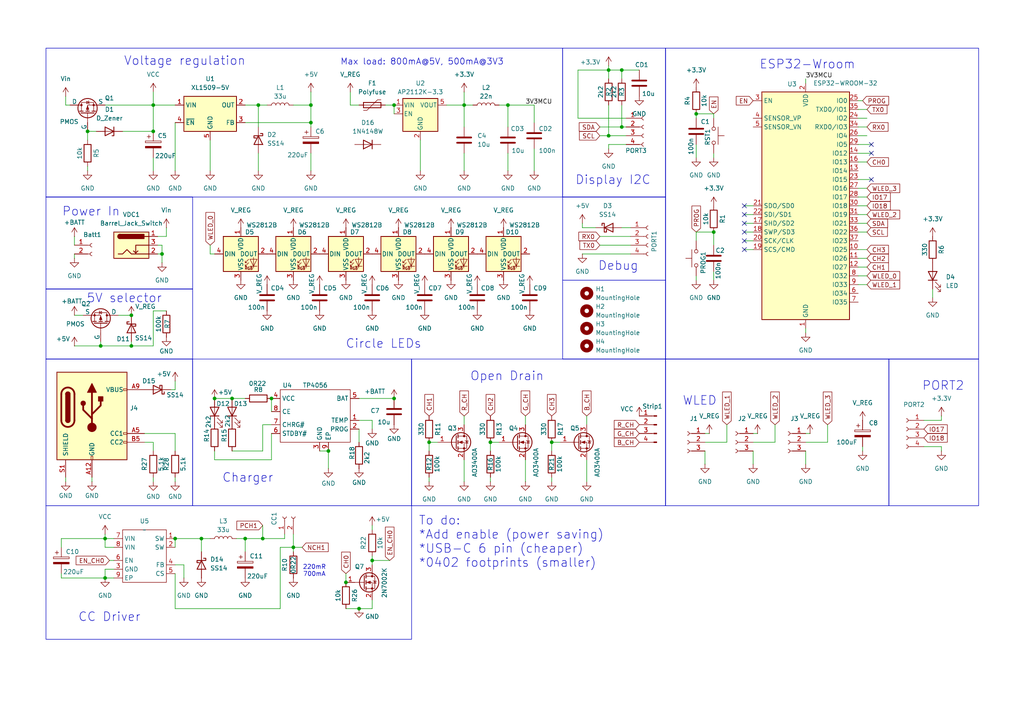
<source format=kicad_sch>
(kicad_sch (version 20231120) (generator "eeschema") (generator_version "8.0")
  (paper "A4")
  (junction (at 90.17 35.56))
  (junction (at 85.09 158.75))
  (junction (at 160.02 128.27))
  (junction (at 176.53 39.37))
  (junction (at 71.12 156.21))
  (junction (at 90.17 30.48))
  (junction (at 25.4 38.1))
  (junction (at 114.3 115.57))
  (junction (at 95.25 130.81))
  (junction (at 114.3 30.48))
  (junction (at 201.93 33.02))
  (junction (at 44.45 38.1))
  (junction (at 38.1 91.44))
  (junction (at 62.23 115.57))
  (junction (at 67.31 115.57))
  (junction (at 107.95 162.56))
  (junction (at 38.1 100.33))
  (junction (at 30.48 156.21))
  (junction (at 74.93 30.48))
  (junction (at 44.45 30.48))
  (junction (at 180.34 36.83))
  (junction (at 176.53 20.32))
  (junction (at 147.32 30.48))
  (junction (at 46.99 73.66))
  (junction (at 100.33 168.91))
  (junction (at 78.74 115.57))
  (junction (at 50.8 156.21))
  (junction (at 134.62 30.48))
  (junction (at 30.48 167.64))
  (junction (at 104.14 176.53))
  (junction (at 29.21 100.33))
  (junction (at 207.01 67.31))
  (junction (at 180.34 20.32))
  (junction (at 58.42 156.21))
  (junction (at 142.24 128.27))
  (junction (at 76.2 156.21))
  (junction (at 124.46 128.27))
  (no_connect (at 215.9 72.39))
  (no_connect (at 215.9 62.23))
  (no_connect (at 252.73 41.91))
  (no_connect (at 215.9 69.85))
  (no_connect (at 215.9 64.77))
  (no_connect (at 215.9 59.69))
  (no_connect (at 252.73 44.45))
  (no_connect (at 215.9 67.31))
  (no_connect (at 252.73 52.07))
  (wire (pts (xy 74.93 30.48) (xy 71.12 30.48)))
  (wire (pts (xy 90.17 35.56) (xy 90.17 36.83)))
  (wire (pts (xy 44.45 90.17) (xy 44.45 100.33)))
  (wire (pts (xy 50.8 113.03) (xy 49.53 113.03)))
  (wire (pts (xy 273.05 121.92) (xy 267.97 121.92)))
  (wire (pts (xy 104.14 121.92) (xy 107.95 121.92)))
  (wire (pts (xy 121.92 40.64) (xy 121.92 49.53)))
  (wire (pts (xy 44.45 128.27) (xy 44.45 130.81)))
  (wire (pts (xy 147.32 30.48) (xy 144.78 30.48)))
  (wire (pts (xy 44.45 30.48) (xy 50.8 30.48)))
  (wire (pts (xy 251.46 82.55) (xy 248.92 82.55)))
  (wire (pts (xy 173.99 68.58) (xy 182.88 68.58)))
  (wire (pts (xy 30.48 156.21) (xy 33.02 156.21)))
  (wire (pts (xy 71.12 35.56) (xy 90.17 35.56)))
  (wire (pts (xy 204.47 125.73) (xy 205.74 125.73)))
  (wire (pts (xy 173.99 39.37) (xy 176.53 39.37)))
  (wire (pts (xy 176.53 20.32) (xy 176.53 22.86)))
  (wire (pts (xy 107.95 153.67) (xy 107.95 152.4)))
  (wire (pts (xy 273.05 129.54) (xy 273.05 130.81)))
  (wire (pts (xy 50.8 156.21) (xy 50.8 158.75)))
  (wire (pts (xy 180.34 66.04) (xy 182.88 66.04)))
  (wire (pts (xy 180.34 30.48) (xy 180.34 36.83)))
  (wire (pts (xy 25.4 40.64) (xy 25.4 38.1)))
  (wire (pts (xy 41.91 125.73) (xy 50.8 125.73)))
  (wire (pts (xy 154.94 43.18) (xy 154.94 49.53)))
  (wire (pts (xy 248.92 39.37) (xy 251.46 39.37)))
  (wire (pts (xy 233.68 125.73) (xy 234.95 125.73)))
  (wire (pts (xy 92.71 130.81) (xy 95.25 130.81)))
  (wire (pts (xy 19.05 27.94) (xy 19.05 30.48)))
  (wire (pts (xy 248.92 64.77) (xy 251.46 64.77)))
  (wire (pts (xy 48.26 66.04) (xy 48.26 68.58)))
  (wire (pts (xy 124.46 138.43) (xy 124.46 139.7)))
  (wire (pts (xy 50.8 110.49) (xy 50.8 113.03)))
  (wire (pts (xy 67.31 115.57) (xy 71.12 115.57)))
  (wire (pts (xy 180.34 36.83) (xy 181.61 36.83)))
  (wire (pts (xy 107.95 121.92) (xy 107.95 124.46)))
  (wire (pts (xy 147.32 44.45) (xy 147.32 49.53)))
  (wire (pts (xy 62.23 115.57) (xy 67.31 115.57)))
  (wire (pts (xy 107.95 173.99) (xy 107.95 176.53)))
  (wire (pts (xy 29.21 100.33) (xy 38.1 100.33)))
  (wire (pts (xy 29.21 100.33) (xy 29.21 99.06)))
  (wire (pts (xy 250.19 29.21) (xy 248.92 29.21)))
  (wire (pts (xy 176.53 39.37) (xy 181.61 39.37)))
  (wire (pts (xy 248.92 46.99) (xy 251.46 46.99)))
  (wire (pts (xy 251.46 54.61) (xy 248.92 54.61)))
  (wire (pts (xy 215.9 69.85) (xy 218.44 69.85)))
  (wire (pts (xy 248.92 67.31) (xy 251.46 67.31)))
  (wire (pts (xy 218.44 130.81) (xy 218.44 134.62)))
  (wire (pts (xy 50.8 125.73) (xy 50.8 130.81)))
  (wire (pts (xy 58.42 156.21) (xy 58.42 160.02)))
  (wire (pts (xy 104.14 176.53) (xy 107.95 176.53)))
  (wire (pts (xy 17.78 167.64) (xy 30.48 167.64)))
  (wire (pts (xy 71.12 160.02) (xy 71.12 156.21)))
  (wire (pts (xy 250.19 130.81) (xy 250.19 129.54)))
  (wire (pts (xy 201.93 80.01) (xy 201.93 81.28)))
  (wire (pts (xy 142.24 128.27) (xy 142.24 130.81)))
  (wire (pts (xy 176.53 41.91) (xy 181.61 41.91)))
  (wire (pts (xy 201.93 41.91) (xy 201.93 45.72)))
  (wire (pts (xy 44.45 26.67) (xy 44.45 30.48)))
  (wire (pts (xy 207.01 78.74) (xy 207.01 81.28)))
  (wire (pts (xy 58.42 156.21) (xy 60.96 156.21)))
  (wire (pts (xy 30.48 165.1) (xy 30.48 167.64)))
  (wire (pts (xy 173.99 71.12) (xy 182.88 71.12)))
  (wire (pts (xy 60.96 40.64) (xy 60.96 49.53)))
  (wire (pts (xy 85.09 154.94) (xy 85.09 158.75)))
  (wire (pts (xy 134.62 26.67) (xy 134.62 30.48)))
  (wire (pts (xy 248.92 59.69) (xy 251.46 59.69)))
  (wire (pts (xy 233.68 130.81) (xy 233.68 134.62)))
  (wire (pts (xy 233.68 128.27) (xy 240.03 128.27)))
  (wire (pts (xy 167.64 34.29) (xy 181.61 34.29)))
  (wire (pts (xy 160.02 138.43) (xy 160.02 139.7)))
  (wire (pts (xy 30.48 156.21) (xy 30.48 158.75)))
  (wire (pts (xy 170.18 133.35) (xy 170.18 139.7)))
  (wire (pts (xy 81.28 176.53) (xy 81.28 158.75)))
  (wire (pts (xy 215.9 72.39) (xy 218.44 72.39)))
  (wire (pts (xy 17.78 158.75) (xy 17.78 156.21)))
  (wire (pts (xy 50.8 49.53) (xy 50.8 35.56)))
  (wire (pts (xy 152.4 133.35) (xy 152.4 139.7)))
  (wire (pts (xy 248.92 44.45) (xy 252.73 44.45)))
  (wire (pts (xy 78.74 133.35) (xy 78.74 125.73)))
  (wire (pts (xy 168.91 73.66) (xy 182.88 73.66)))
  (wire (pts (xy 74.93 36.83) (xy 74.93 30.48)))
  (wire (pts (xy 207.01 67.31) (xy 207.01 71.12)))
  (wire (pts (xy 233.68 95.25) (xy 233.68 96.52)))
  (wire (pts (xy 21.59 74.93) (xy 21.59 73.66)))
  (wire (pts (xy 248.92 52.07) (xy 252.73 52.07)))
  (wire (pts (xy 101.6 30.48) (xy 104.14 30.48)))
  (wire (pts (xy 62.23 130.81) (xy 62.23 133.35)))
  (wire (pts (xy 82.55 154.94) (xy 82.55 156.21)))
  (wire (pts (xy 50.8 176.53) (xy 81.28 176.53)))
  (wire (pts (xy 107.95 161.29) (xy 107.95 162.56)))
  (wire (pts (xy 215.9 64.77) (xy 218.44 64.77)))
  (wire (pts (xy 38.1 100.33) (xy 44.45 100.33)))
  (wire (pts (xy 111.76 30.48) (xy 114.3 30.48)))
  (wire (pts (xy 114.3 30.48) (xy 114.3 33.02)))
  (wire (pts (xy 215.9 62.23) (xy 218.44 62.23)))
  (wire (pts (xy 267.97 129.54) (xy 273.05 129.54)))
  (wire (pts (xy 44.45 30.48) (xy 44.45 38.1)))
  (wire (pts (xy 76.2 152.4) (xy 76.2 156.21)))
  (wire (pts (xy 218.44 128.27) (xy 224.79 128.27)))
  (wire (pts (xy 25.4 38.1) (xy 27.94 38.1)))
  (wire (pts (xy 33.02 165.1) (xy 30.48 165.1)))
  (wire (pts (xy 124.46 128.27) (xy 124.46 130.81)))
  (wire (pts (xy 270.51 83.82) (xy 270.51 86.36)))
  (wire (pts (xy 168.91 66.04) (xy 172.72 66.04)))
  (wire (pts (xy 85.09 158.75) (xy 87.63 158.75)))
  (wire (pts (xy 160.02 128.27) (xy 160.02 130.81)))
  (wire (pts (xy 168.91 64.77) (xy 168.91 66.04)))
  (wire (pts (xy 85.09 160.02) (xy 85.09 158.75)))
  (wire (pts (xy 215.9 67.31) (xy 218.44 67.31)))
  (wire (pts (xy 26.67 139.7) (xy 26.67 138.43)))
  (wire (pts (xy 251.46 62.23) (xy 248.92 62.23)))
  (wire (pts (xy 48.26 68.58) (xy 45.72 68.58)))
  (wire (pts (xy 104.14 115.57) (xy 114.3 115.57)))
  (wire (pts (xy 113.03 162.56) (xy 107.95 162.56)))
  (wire (pts (xy 248.92 72.39) (xy 251.46 72.39)))
  (wire (pts (xy 90.17 30.48) (xy 90.17 35.56)))
  (wire (pts (xy 30.48 30.48) (xy 44.45 30.48)))
  (wire (pts (xy 201.93 34.29) (xy 201.93 33.02)))
  (wire (pts (xy 147.32 30.48) (xy 154.94 30.48)))
  (wire (pts (xy 85.09 30.48) (xy 90.17 30.48)))
  (wire (pts (xy 45.72 71.12) (xy 46.99 71.12)))
  (wire (pts (xy 147.32 30.48) (xy 147.32 36.83)))
  (wire (pts (xy 53.34 163.83) (xy 53.34 167.64)))
  (wire (pts (xy 107.95 162.56) (xy 107.95 163.83)))
  (wire (pts (xy 176.53 43.18) (xy 176.53 41.91)))
  (wire (pts (xy 100.33 166.37) (xy 100.33 168.91)))
  (wire (pts (xy 129.54 30.48) (xy 134.62 30.48)))
  (wire (pts (xy 218.44 125.73) (xy 219.71 125.73)))
  (wire (pts (xy 104.14 124.46) (xy 104.14 128.27)))
  (wire (pts (xy 35.56 38.1) (xy 44.45 38.1)))
  (wire (pts (xy 176.53 19.05) (xy 176.53 20.32)))
  (wire (pts (xy 19.05 30.48) (xy 20.32 30.48)))
  (wire (pts (xy 248.92 31.75) (xy 251.46 31.75)))
  (wire (pts (xy 19.05 139.7) (xy 19.05 138.43)))
  (wire (pts (xy 154.94 35.56) (xy 154.94 30.48)))
  (wire (pts (xy 204.47 130.81) (xy 204.47 134.62)))
  (wire (pts (xy 160.02 128.27) (xy 162.56 128.27)))
  (wire (pts (xy 62.23 133.35) (xy 78.74 133.35)))
  (wire (pts (xy 30.48 167.64) (xy 33.02 167.64)))
  (wire (pts (xy 90.17 26.67) (xy 90.17 30.48)))
  (wire (pts (xy 180.34 20.32) (xy 180.34 22.86)))
  (wire (pts (xy 78.74 119.38) (xy 78.74 115.57)))
  (wire (pts (xy 25.4 49.53) (xy 25.4 48.26)))
  (wire (pts (xy 173.99 36.83) (xy 180.34 36.83)))
  (wire (pts (xy 167.64 20.32) (xy 167.64 34.29)))
  (wire (pts (xy 21.59 100.33) (xy 29.21 100.33)))
  (wire (pts (xy 76.2 156.21) (xy 82.55 156.21)))
  (wire (pts (xy 44.45 139.7) (xy 44.45 138.43)))
  (wire (pts (xy 38.1 99.06) (xy 38.1 100.33)))
  (wire (pts (xy 233.68 22.86) (xy 233.68 24.13)))
  (wire (pts (xy 248.92 74.93) (xy 251.46 74.93)))
  (wire (pts (xy 67.31 130.81) (xy 76.2 130.81)))
  (wire (pts (xy 95.25 130.81) (xy 95.25 135.89)))
  (wire (pts (xy 71.12 156.21) (xy 68.58 156.21)))
  (wire (pts (xy 134.62 120.65) (xy 134.62 123.19)))
  (wire (pts (xy 76.2 130.81) (xy 76.2 123.19)))
  (wire (pts (xy 50.8 139.7) (xy 50.8 138.43)))
  (wire (pts (xy 176.53 20.32) (xy 167.64 20.32)))
  (wire (pts (xy 45.72 73.66) (xy 46.99 73.66)))
  (wire (pts (xy 21.59 91.44) (xy 24.13 91.44)))
  (wire (pts (xy 134.62 36.83) (xy 134.62 30.48)))
  (wire (pts (xy 50.8 166.37) (xy 50.8 176.53)))
  (wire (pts (xy 248.92 80.01) (xy 251.46 80.01)))
  (wire (pts (xy 21.59 68.58) (xy 21.59 71.12)))
  (wire (pts (xy 17.78 166.37) (xy 17.78 167.64)))
  (wire (pts (xy 74.93 30.48) (xy 77.47 30.48)))
  (wire (pts (xy 101.6 26.67) (xy 101.6 30.48)))
  (wire (pts (xy 50.8 156.21) (xy 58.42 156.21)))
  (wire (pts (xy 240.03 123.19) (xy 240.03 128.27)))
  (wire (pts (xy 248.92 34.29) (xy 251.46 34.29)))
  (wire (pts (xy 46.99 73.66) (xy 46.99 76.2)))
  (wire (pts (xy 176.53 30.48) (xy 176.53 39.37)))
  (wire (pts (xy 134.62 30.48) (xy 137.16 30.48)))
  (wire (pts (xy 204.47 128.27) (xy 210.82 128.27)))
  (wire (pts (xy 273.05 120.65) (xy 273.05 121.92)))
  (wire (pts (xy 142.24 128.27) (xy 144.78 128.27)))
  (wire (pts (xy 207.01 33.02) (xy 207.01 34.29)))
  (wire (pts (xy 81.28 158.75) (xy 85.09 158.75)))
  (wire (pts (xy 248.92 36.83) (xy 251.46 36.83)))
  (wire (pts (xy 201.93 67.31) (xy 201.93 69.85)))
  (wire (pts (xy 180.34 20.32) (xy 176.53 20.32)))
  (wire (pts (xy 44.45 45.72) (xy 44.45 49.53)))
  (wire (pts (xy 30.48 154.94) (xy 30.48 156.21)))
  (wire (pts (xy 134.62 133.35) (xy 134.62 139.7)))
  (wire (pts (xy 44.45 128.27) (xy 41.91 128.27)))
  (wire (pts (xy 185.42 20.32) (xy 180.34 20.32)))
  (wire (pts (xy 252.73 41.91) (xy 248.92 41.91)))
  (wire (pts (xy 201.93 67.31) (xy 207.01 67.31)))
  (wire (pts (xy 215.9 59.69) (xy 218.44 59.69)))
  (wire (pts (xy 124.46 128.27) (xy 127 128.27)))
  (wire (pts (xy 50.8 163.83) (xy 53.34 163.83)))
  (wire (pts (xy 46.99 71.12) (xy 46.99 73.66)))
  (wire (pts (xy 210.82 123.19) (xy 210.82 128.27)))
  (wire (pts (xy 31.75 162.56) (xy 33.02 162.56)))
  (wire (pts (xy 201.93 33.02) (xy 207.01 33.02)))
  (wire (pts (xy 60.96 71.12) (xy 60.96 73.66)))
  (wire (pts (xy 104.14 176.53) (xy 100.33 176.53)))
  (wire (pts (xy 33.02 158.75) (xy 30.48 158.75)))
  (wire (pts (xy 17.78 156.21) (xy 30.48 156.21)))
  (wire (pts (xy 48.26 90.17) (xy 44.45 90.17)))
  (wire (pts (xy 248.92 77.47) (xy 251.46 77.47)))
  (wire (pts (xy 90.17 44.45) (xy 90.17 49.53)))
  (wire (pts (xy 152.4 120.65) (xy 152.4 123.19)))
  (wire (pts (xy 224.79 123.19) (xy 224.79 128.27)))
  (wire (pts (xy 76.2 123.19) (xy 78.74 123.19)))
  (wire (pts (xy 34.29 91.44) (xy 38.1 91.44)))
  (wire (pts (xy 170.18 120.65) (xy 170.18 123.19)))
  (wire (pts (xy 134.62 49.53) (xy 134.62 44.45)))
  (wire (pts (xy 207.01 44.45) (xy 207.01 45.72)))
  (wire (pts (xy 60.96 73.66) (xy 62.23 73.66)))
  (wire (pts (xy 74.93 44.45) (xy 74.93 49.53)))
  (wire (pts (xy 248.92 57.15) (xy 251.46 57.15)))
  (wire (pts (xy 142.24 138.43) (xy 142.24 139.7)))
  (wire (pts (xy 71.12 156.21) (xy 76.2 156.21)))
  (rectangle (start 13.335 83.82) (end 55.88 104.14))
  (rectangle (start 13.335 13.97) (end 163.195 57.15))
  (rectangle (start 193.04 13.97) (end 283.845 104.14))
  (rectangle (start 193.04 104.14) (end 257.81 146.685))
  (rectangle (start 13.335 57.15) (end 55.88 83.82))
  (rectangle (start 163.195 57.15) (end 193.04 81.28))
  (rectangle (start 13.335 146.685) (end 119.38 185.42))
  (rectangle (start 163.195 81.28) (end 193.04 104.14))
  (rectangle (start 55.88 104.14) (end 119.38 146.685))
  (rectangle (start 163.195 13.97) (end 193.04 57.15))
  (rectangle (start 13.335 104.14) (end 55.88 146.685))
  (rectangle (start 119.38 104.14) (end 193.04 146.685))
  (rectangle (start 257.81 104.14) (end 283.845 146.685))
  (text "Debug" (at 179.324 77.216 0) (effects (font (size 2.54 2.54))))
  (text "To do:\n*Add enable (power saving)\n*USB-C 6 pin (cheaper)\n*0402 footprints (smaller)" (at 121.412 157.226 0) (effects (font (size 2.54 2.54)) (justify left)))
  (text "PORT2" (at 273.558 112.014 0) (effects (font (size 2.54 2.54))))
  (text "220mR\n700mA" (at 91.186 165.608 0) (effects (font (size 1.27 1.27))))
  (text "Voltage regulation" (at 53.594 17.78 0) (effects (font (size 2.54 2.54))))
  (text "Open Drain" (at 147.066 109.22 0) (effects (font (size 2.54 2.54))))
  (text "ESP32-Wroom" (at 234.188 18.796 0) (effects (font (size 2.54 2.54))))
  (text "5V selector" (at 36.068 86.614 0) (effects (font (size 2.54 2.54))))
  (text "Display I2C" (at 177.8 52.324 0) (effects (font (size 2.54 2.54))))
  (text "Power In" (at 26.416 61.468 0) (effects (font (size 2.54 2.54))))
  (text "Max load: 800mA@5V, 500mA@3V3" (at 122.428 18.034 0) (effects (font (size 1.778 1.778))))
  (text "CC Driver" (at 31.75 179.07 0) (effects (font (size 2.54 2.54))))
  (text "Circle LEDs" (at 111.252 99.822 0) (effects (font (size 2.54 2.54))))
  (text "Charger" (at 71.882 138.684 0) (effects (font (size 2.54 2.54))))
  (text "WLED" (at 202.946 116.332 0) (effects (font (size 2.54 2.54))))
  (label "3V3MCU" (at 152.4 30.48 0))
  (label "3V3MCU" (at 233.68 22.86 0))
  (global_label "EN" (shape input) (at 218.44 29.21 180) (property "Intersheetrefs" "${INTERSHEET_REFS}" (effects (hide yes))))
  (global_label "CH0" (shape input) (at 100.33 166.37 90) (property "Intersheetrefs" "${INTERSHEET_REFS}" (effects (hide yes))))
  (global_label "B_CH" (shape input) (at 185.42 128.27 180) (property "Intersheetrefs" "${INTERSHEET_REFS}" (effects (hide yes))))
  (global_label "WLED_1" (shape input) (at 251.46 82.55 0) (property "Intersheetrefs" "${INTERSHEET_REFS}" (effects (hide yes))))
  (global_label "WLED_0" (shape input) (at 251.46 80.01 0) (property "Intersheetrefs" "${INTERSHEET_REFS}" (effects (hide yes))))
  (global_label "WLED_0" (shape input) (at 60.96 71.12 90) (property "Intersheetrefs" "${INTERSHEET_REFS}" (effects (hide yes))))
  (global_label "R_CH" (shape input) (at 134.62 120.65 90) (property "Intersheetrefs" "${INTERSHEET_REFS}" (effects (hide yes))))
  (global_label "CH1" (shape input) (at 251.46 77.47 0) (property "Intersheetrefs" "${INTERSHEET_REFS}" (effects (hide yes))))
  (global_label "TX0" (shape input) (at 173.99 71.12 180) (property "Intersheetrefs" "${INTERSHEET_REFS}" (effects (hide yes))))
  (global_label "SDA" (shape input) (at 173.99 36.83 180) (property "Intersheetrefs" "${INTERSHEET_REFS}" (effects (hide yes))))
  (global_label "G_CH" (shape input) (at 152.4 120.65 90) (property "Intersheetrefs" "${INTERSHEET_REFS}" (effects (hide yes))))
  (global_label "CH0" (shape input) (at 251.46 46.99 0) (property "Intersheetrefs" "${INTERSHEET_REFS}" (effects (hide yes))))
  (global_label "SCL" (shape input) (at 173.99 39.37 180) (property "Intersheetrefs" "${INTERSHEET_REFS}" (effects (hide yes))))
  (global_label "NCH1" (shape input) (at 87.63 158.75 0) (property "Intersheetrefs" "${INTERSHEET_REFS}" (effects (hide yes))))
  (global_label "PCH1" (shape input) (at 76.2 152.4 180) (property "Intersheetrefs" "${INTERSHEET_REFS}" (effects (hide yes))))
  (global_label "EN_CH0" (shape input) (at 31.75 162.56 180) (property "Intersheetrefs" "${INTERSHEET_REFS}" (effects (hide yes))))
  (global_label "TX0" (shape input) (at 251.46 31.75 0) (property "Intersheetrefs" "${INTERSHEET_REFS}" (effects (hide yes))))
  (global_label "EN_CH0" (shape input) (at 113.03 162.56 90) (property "Intersheetrefs" "${INTERSHEET_REFS}" (effects (hide yes))))
  (global_label "IO18" (shape input) (at 251.46 59.69 0) (property "Intersheetrefs" "${INTERSHEET_REFS}" (effects (hide yes))))
  (global_label "WLED_3" (shape input) (at 251.46 54.61 0) (property "Intersheetrefs" "${INTERSHEET_REFS}" (effects (hide yes))))
  (global_label "SCL" (shape input) (at 251.46 67.31 0) (property "Intersheetrefs" "${INTERSHEET_REFS}" (effects (hide yes))))
  (global_label "RX0" (shape input) (at 251.46 36.83 0) (property "Intersheetrefs" "${INTERSHEET_REFS}" (effects (hide yes))))
  (global_label "B_CH" (shape input) (at 170.18 120.65 90) (property "Intersheetrefs" "${INTERSHEET_REFS}" (effects (hide yes))))
  (global_label "SDA" (shape input) (at 251.46 64.77 0) (property "Intersheetrefs" "${INTERSHEET_REFS}" (effects (hide yes))))
  (global_label "WLED_1" (shape input) (at 210.82 123.19 90) (property "Intersheetrefs" "${INTERSHEET_REFS}" (effects (hide yes))))
  (global_label "CH1" (shape input) (at 124.46 120.65 90) (property "Intersheetrefs" "${INTERSHEET_REFS}" (effects (hide yes))))
  (global_label "EN" (shape input) (at 207.01 33.02 90) (property "Intersheetrefs" "${INTERSHEET_REFS}" (effects (hide yes))))
  (global_label "CH2" (shape input) (at 251.46 74.93 0) (property "Intersheetrefs" "${INTERSHEET_REFS}" (effects (hide yes))))
  (global_label "R_CH" (shape input) (at 185.42 123.19 180) (property "Intersheetrefs" "${INTERSHEET_REFS}" (effects (hide yes))))
  (global_label "WLED_3" (shape input) (at 240.03 123.19 90) (property "Intersheetrefs" "${INTERSHEET_REFS}" (effects (hide yes))))
  (global_label "CH2" (shape input) (at 142.24 120.65 90) (property "Intersheetrefs" "${INTERSHEET_REFS}" (effects (hide yes))))
  (global_label "IO17" (shape input) (at 251.46 57.15 0) (property "Intersheetrefs" "${INTERSHEET_REFS}" (effects (hide yes))))
  (global_label "CH3" (shape input) (at 251.46 72.39 0) (property "Intersheetrefs" "${INTERSHEET_REFS}" (effects (hide yes))))
  (global_label "IO18" (shape input) (at 267.97 127 0) (property "Intersheetrefs" "${INTERSHEET_REFS}" (effects (hide yes))))
  (global_label "RX0" (shape input) (at 173.99 68.58 180) (property "Intersheetrefs" "${INTERSHEET_REFS}" (effects (hide yes))))
  (global_label "PROG" (shape input) (at 201.93 67.31 90) (property "Intersheetrefs" "${INTERSHEET_REFS}" (effects (hide yes))))
  (global_label "CH3" (shape input) (at 160.02 120.65 90) (property "Intersheetrefs" "${INTERSHEET_REFS}" (effects (hide yes))))
  (global_label "WLED_2" (shape input) (at 224.79 123.19 90) (property "Intersheetrefs" "${INTERSHEET_REFS}" (effects (hide yes))))
  (global_label "G_CH" (shape input) (at 185.42 125.73 180) (property "Intersheetrefs" "${INTERSHEET_REFS}" (effects (hide yes))))
  (global_label "PROG" (shape input) (at 250.19 29.21 0) (property "Intersheetrefs" "${INTERSHEET_REFS}" (effects (hide yes))))
  (global_label "WLED_2" (shape input) (at 251.46 62.23 0) (property "Intersheetrefs" "${INTERSHEET_REFS}" (effects (hide yes))))
  (global_label "IO17" (shape input) (at 267.97 124.46 0) (property "Intersheetrefs" "${INTERSHEET_REFS}" (effects (hide yes))))
  (symbol (lib_id "power:+3.3V") (at 270.51 68.58 0) (unit 1)
    (property "Reference" "#PWR26" (effects (hide yes)))
    (property "Value" "+3.3V" (at 270.51 63.5 0))
    (property "Description" "Power symbol creates a global label with name \"+3.3V\"" (effects (hide yes)))
  )
  (symbol (lib_id "Device:C") (at 107.95 86.36 0) (unit 1)
    (property "Reference" "CD6" (at 108.966 83.566 0) (effects (justify left)))
    (property "Value" "100n" (at 102.362 89.154 0) (effects (justify left)))
    (property "Footprint" "Capacitor_SMD:C_0805_2012Metric" (effects (hide yes)))
    (property "Description" "Unpolarized capacitor" (effects (hide yes)))
    (property "LCSC" "C2909631" (effects (hide yes)))
  )
  (symbol (lib_id "power:GND") (at 176.53 43.18 0) (unit 1)
    (property "Reference" "#PWR14" (effects (hide yes)))
    (property "Value" "GND" (at 176.53 48.26 0))
    (property "Description" "Power symbol creates a global label with name \"GND\" , ground" (effects (hide yes)))
  )
  (symbol (lib_id "Device:R") (at 142.24 124.46 0) (unit 1)
    (property "Reference" "R13" (at 144.78 124.46 90))
    (property "Value" "330" (at 139.954 124.46 90))
    (property "Footprint" "Resistor_SMD:R_0805_2012Metric" (effects (hide yes)))
    (property "Description" "Resistor" (effects (hide yes)))
    (property "LCSC" "C17630" (effects (hide yes)))
  )
  (symbol (lib_id "power:+BATT") (at 234.95 125.73 0) (mirror y) (unit 1)
    (property "Reference" "#PWR75" (effects (hide yes)))
    (property "Value" "V_REG" (at 234.95 120.65 0))
    (property "Description" "Power symbol creates a global label with name \"+BATT\"" (effects (hide yes)))
  )
  (symbol (lib_id "Device:LED") (at 270.51 80.01 90) (unit 1)
    (property "Reference" "D4" (at 274.32 80.3274 90) (effects (justify right)))
    (property "Value" "LED" (at 274.32 82.8674 90) (effects (justify right)))
    (property "Footprint" "LED_SMD:LED_0805_2012Metric_Pad1.15x1.40mm_HandSolder" (effects (hide yes)))
    (property "Description" "Light emitting diode" (effects (hide yes)))
    (property "LCSC" "C84256" (effects (hide yes)))
  )
  (symbol (lib_id "power:GND") (at 146.05 81.28 0) (unit 1)
    (property "Reference" "#PWR45" (effects (hide yes)))
    (property "Value" "GND" (at 146.05 86.36 0))
    (property "Description" "Power symbol creates a global label with name \"GND\" , ground" (effects (hide yes)))
  )
  (symbol (lib_id "Device:C") (at 147.32 40.64 0) (unit 1)
    (property "Reference" "CD3" (at 148.082 37.338 0) (effects (justify left)))
    (property "Value" "10u" (at 148.336 43.688 0) (effects (justify left)))
    (property "Footprint" "Capacitor_SMD:C_0805_2012Metric" (effects (hide yes)))
    (property "Description" "Unpolarized capacitor" (effects (hide yes)))
    (property "LCSC" "C380331" (effects (hide yes)))
  )
  (symbol (lib_id "Device:D_Zener") (at 31.75 38.1 180) (unit 1)
    (property "Reference" "D1" (at 31.75 31.75 0))
    (property "Value" "D_Zener" (at 31.75 34.29 0))
    (property "Footprint" "Diode_SMD:D_MiniMELF" (effects (hide yes)))
    (property "Description" "Zener diode" (effects (hide yes)))
    (property "LCSC" "C181075" (effects (hide yes)))
  )
  (symbol (lib_id "Device:C") (at 134.62 40.64 0) (unit 1)
    (property "Reference" "C4" (at 138.43 39.3699 0) (effects (justify left)))
    (property "Value" "10u" (at 138.43 41.9099 0) (effects (justify left)))
    (property "Footprint" "Capacitor_SMD:C_0805_2012Metric" (effects (hide yes)))
    (property "Description" "Unpolarized capacitor" (effects (hide yes)))
    (property "LCSC" "C380331" (effects (hide yes)))
  )
  (symbol (lib_id "Device:L") (at 140.97 30.48 90) (unit 1)
    (property "Reference" "L2" (at 140.97 25.4 90))
    (property "Value" "22n" (at 140.97 27.94 90))
    (property "Footprint" "Inductor_SMD:L_0805_2012Metric" (effects (hide yes)))
    (property "Description" "Inductor" (effects (hide yes)))
    (property "LCSC" "C108962" (effects (hide yes)))
  )
  (symbol (lib_id "Device:R") (at 67.31 127 180) (unit 1)
    (property "Reference" "R15" (at 65.024 128.27 90) (effects (justify right)))
    (property "Value" "2k2" (at 66.04 123.952 90) (effects (justify right)))
    (property "Footprint" "Resistor_SMD:R_0805_2012Metric" (effects (hide yes)))
    (property "Description" "Resistor" (effects (hide yes)))
    (property "LCSC" "C17520" (effects (hide yes)))
  )
  (symbol (lib_id "Device:L") (at 81.28 30.48 90) (unit 1)
    (property "Reference" "L1" (at 81.28 25.4 90))
    (property "Value" "33u" (at 81.28 27.94 90))
    (property "Footprint" "Inductor_SMD:L_Sunlord_SWPA4010S" (effects (hide yes)))
    (property "Description" "Inductor" (effects (hide yes)))
    (property "LCSC" "C167885" (effects (hide yes)))
  )
  (symbol (lib_id "Device:R") (at 142.24 134.62 0) (unit 1)
    (property "Reference" "R16" (at 142.24 134.62 90))
    (property "Value" "100k" (at 144.526 134.62 90))
    (property "Footprint" "Resistor_SMD:R_0805_2012Metric" (effects (hide yes)))
    (property "Description" "Resistor" (effects (hide yes)))
    (property "LCSC" "C149504" (effects (hide yes)))
  )
  (symbol (lib_id "Device:C") (at 92.71 86.36 0) (unit 1)
    (property "Reference" "CD5" (at 93.726 83.566 0) (effects (justify left)))
    (property "Value" "100n" (at 87.122 89.154 0) (effects (justify left)))
    (property "Footprint" "Capacitor_SMD:C_0805_2012Metric" (effects (hide yes)))
    (property "Description" "Unpolarized capacitor" (effects (hide yes)))
    (property "LCSC" "C2909631" (effects (hide yes)))
  )
  (symbol (lib_id "power:GND") (at 185.42 27.94 0) (unit 1)
    (property "Reference" "#PWR9" (effects (hide yes)))
    (property "Value" "GND" (at 185.42 33.02 0))
    (property "Description" "Power symbol creates a global label with name \"GND\" , ground" (effects (hide yes)))
  )
  (symbol (lib_id "power:+BATT") (at 115.57 66.04 0) (mirror y) (unit 1)
    (property "Reference" "#PWR32" (effects (hide yes)))
    (property "Value" "V_REG" (at 115.57 60.96 0))
    (property "Description" "Power symbol creates a global label with name \"+BATT\"" (effects (hide yes)))
  )
  (symbol (lib_id "LED:WS2812B") (at 146.05 73.66 0) (unit 1)
    (property "Reference" "D10" (at 148.59 67.31 0))
    (property "Value" "WS2812B" (at 152.146 65.278 0))
    (property "Footprint" "LED_SMD:LED_WS2812B_PLCC4_5.0x5.0mm_P3.2mm" (effects (hide yes)))
    (property "Datasheet" "https://cdn-shop.adafruit.com/datasheets/WS2812B.pdf" (effects (hide yes)))
    (property "Description" "RGB LED with integrated controller" (effects (hide yes)))
    (property "LCSC" "C2843785" (effects (hide yes)))
  )
  (symbol (lib_id "Device:Polyfuse") (at 107.95 30.48 90) (unit 1)
    (property "Reference" "F1" (at 107.95 24.13 90))
    (property "Value" "Polyfuse" (at 107.95 26.67 90))
    (property "Footprint" "Fuse:Fuse_1206_3216Metric_Pad1.42x1.75mm_HandSolder" (effects (hide yes)))
    (property "Description" "Resettable fuse, polymeric positive temperature coefficient" (effects (hide yes)))
    (property "LCSC" "C22446878" (effects (hide yes)))
  )
  (symbol (lib_id "power:+5V") (at 168.91 64.77 0) (unit 1)
    (property "Reference" "#PWR27" (effects (hide yes)))
    (property "Value" "+5V" (at 168.91 59.69 0))
    (property "Description" "Power symbol creates a global label with name \"+5V\"" (effects (hide yes)))
  )
  (symbol (lib_id "Device:C_Polarized") (at 71.12 163.83 0) (unit 1)
    (property "Reference" "C11" (at 72.39 161.29 0) (effects (justify left)))
    (property "Value" "220uF" (at 71.628 167.132 0) (effects (justify left)))
    (property "Footprint" "Capacitor_SMD:C_Elec_6.3x7.7" (effects (hide yes)))
    (property "Description" "Polarized capacitor" (effects (hide yes)))
    (property "LCSC" "C7471881" (effects (hide yes)))
  )
  (symbol (lib_id "Device:C") (at 77.47 86.36 0) (unit 1)
    (property "Reference" "CD4" (at 78.486 83.566 0) (effects (justify left)))
    (property "Value" "100n" (at 71.882 89.154 0) (effects (justify left)))
    (property "Footprint" "Capacitor_SMD:C_0805_2012Metric" (effects (hide yes)))
    (property "Description" "Unpolarized capacitor" (effects (hide yes)))
    (property "LCSC" "C2909631" (effects (hide yes)))
  )
  (symbol (lib_id "power:GND") (at 250.19 130.81 0) (unit 1)
    (property "Reference" "#PWR76" (effects (hide yes)))
    (property "Value" "GND" (at 250.19 135.89 0))
    (property "Description" "Power symbol creates a global label with name \"GND\" , ground" (effects (hide yes)))
  )
  (symbol (lib_id "Connector:Conn_01x04_Socket") (at 262.89 124.46 0) (mirror y) (unit 1)
    (property "Reference" "PORT2" (at 268.224 117.348 0) (effects (justify left)))
    (property "Value" "Conn_01x04_Socket" (effects (hide yes)))
    (property "Footprint" "Library:Hirose_DF13C_CL535-0404-8-51_1x04-1MP_P1.25mm_Vertical" (effects (hide yes)))
    (property "Description" "Generic connector, single row, 01x04, script generated" (effects (hide yes)))
    (property "LCSC" "C7433470" (effects (hide yes)))
  )
  (symbol (lib_id "Connector:Conn_01x04_Socket") (at 187.96 68.58 0) (unit 1)
    (property "Reference" "PORT1" (at 189.738 73.152 90) (effects (justify left)))
    (property "Value" "Conn_01x04_Socket" (effects (hide yes)))
    (property "Footprint" "Library:Hirose_DF13C_CL535-0404-8-51_1x04-1MP_P1.25mm_Vertical" (effects (hide yes)))
    (property "Description" "Generic connector, single row, 01x04, script generated" (effects (hide yes)))
    (property "LCSC" "C7433470" (effects (hide yes)))
  )
  (symbol (lib_id "LED:WS2812B") (at 130.81 73.66 0) (unit 1)
    (property "Reference" "D9" (at 133.35 67.31 0))
    (property "Value" "WS2812B" (at 136.906 65.278 0))
    (property "Footprint" "LED_SMD:LED_WS2812B_PLCC4_5.0x5.0mm_P3.2mm" (effects (hide yes)))
    (property "Datasheet" "https://cdn-shop.adafruit.com/datasheets/WS2812B.pdf" (effects (hide yes)))
    (property "Description" "RGB LED with integrated controller" (effects (hide yes)))
    (property "LCSC" "C2843785" (effects (hide yes)))
  )
  (symbol (lib_id "Device:R") (at 85.09 163.83 180) (unit 1)
    (property "Reference" "R10" (at 82.55 163.83 90))
    (property "Value" "0R22" (at 85.09 163.83 90))
    (property "Footprint" "Resistor_SMD:R_2010_5025Metric" (effects (hide yes)))
    (property "Description" "Resistor" (effects (hide yes)))
    (property "LCSC" "C2999625" (effects (hide yes)))
  )
  (symbol (lib_id "Device:C") (at 207.01 74.93 0) (unit 1)
    (property "Reference" "C2" (at 207.518 72.644 0) (effects (justify left)))
    (property "Value" "100n" (at 208.28 81.026 90) (effects (justify left)))
    (property "Footprint" "Capacitor_SMD:C_0805_2012Metric" (effects (hide yes)))
    (property "Description" "Unpolarized capacitor" (effects (hide yes)))
    (property "LCSC" "C2909631" (effects (hide yes)))
  )
  (symbol (lib_id "Device:R") (at 104.14 132.08 180) (unit 1)
    (property "Reference" "R18" (at 102.108 133.35 90) (effects (justify right)))
    (property "Value" "2k2" (at 106.426 134.62 90) (effects (justify right)))
    (property "Footprint" "Resistor_SMD:R_0805_2012Metric" (effects (hide yes)))
    (property "Description" "Resistor" (effects (hide yes)))
    (property "LCSC" "C17520" (effects (hide yes)))
  )
  (symbol (lib_id "power:+3.3V") (at 134.62 26.67 0) (unit 1)
    (property "Reference" "#PWR7" (effects (hide yes)))
    (property "Value" "+3.3V" (at 134.62 21.59 0))
    (property "Description" "Power symbol creates a global label with name \"+3.3V\"" (effects (hide yes)))
  )
  (symbol (lib_id "power:+BATT") (at 92.71 82.55 0) (mirror y) (unit 1)
    (property "Reference" "#PWR47" (effects (hide yes)))
    (property "Value" "V_REG" (at 90.424 82.296 90))
    (property "Description" "Power symbol creates a global label with name \"+BATT\"" (effects (hide yes)))
  )
  (symbol (lib_id "Device:LED") (at 67.31 119.38 90) (unit 1)
    (property "Reference" "D13" (at 67.818 117.094 90) (effects (justify right)))
    (property "Value" "LED_RED" (effects (hide yes)))
    (property "Footprint" "LED_SMD:LED_0805_2012Metric_Pad1.15x1.40mm_HandSolder" (effects (hide yes)))
    (property "Description" "Light emitting diode" (effects (hide yes)))
    (property "LCSC" "C84256" (effects (hide yes)))
  )
  (symbol (lib_id "power:+5V") (at 50.8 110.49 0) (mirror y) (unit 1)
    (property "Reference" "#PWR108" (effects (hide yes)))
    (property "Value" "+5V" (at 47.498 108.458 0))
    (property "Description" "Power symbol creates a global label with name \"+5V\"" (effects (hide yes)))
  )
  (symbol (lib_id "Device:C") (at 154.94 39.37 0) (unit 1)
    (property "Reference" "CD2" (at 156.21 37.338 0) (effects (justify left)))
    (property "Value" "100n" (at 156.21 43.688 0) (effects (justify left)))
    (property "Footprint" "Capacitor_SMD:C_0805_2012Metric" (effects (hide yes)))
    (property "Description" "Unpolarized capacitor" (effects (hide yes)))
    (property "LCSC" "C2909631" (effects (hide yes)))
  )
  (symbol (lib_id "power:GND") (at 85.09 81.28 0) (unit 1)
    (property "Reference" "#PWR41" (effects (hide yes)))
    (property "Value" "GND" (at 85.09 86.36 0))
    (property "Description" "Power symbol creates a global label with name \"GND\" , ground" (effects (hide yes)))
  )
  (symbol (lib_id "Connector:Conn_01x03_Socket") (at 199.39 128.27 0) (mirror y) (unit 1)
    (property "Reference" "J1" (at 202.438 121.412 0) (effects (justify left)))
    (property "Value" "Conn_01x03_Socket" (effects (hide yes)))
    (property "Footprint" "TerminalBlock:TerminalBlock_Xinya_XY308-2.54-3P_1x03_P2.54mm_Horizontal" (effects (hide yes)))
    (property "Description" "Generic connector, single row, 01x03, script generated" (effects (hide yes)))
  )
  (symbol (lib_id "Connector:Conn_01x03_Socket") (at 213.36 128.27 0) (mirror y) (unit 1)
    (property "Reference" "J2" (at 216.408 121.412 0) (effects (justify left)))
    (property "Value" "Conn_01x03_Socket" (effects (hide yes)))
    (property "Footprint" "TerminalBlock:TerminalBlock_Xinya_XY308-2.54-3P_1x03_P2.54mm_Horizontal" (effects (hide yes)))
    (property "Description" "Generic connector, single row, 01x03, script generated" (effects (hide yes)))
  )
  (symbol (lib_id "power:GND") (at 233.68 96.52 0) (unit 1)
    (property "Reference" "#PWR58" (effects (hide yes)))
    (property "Value" "GND" (at 233.68 101.6 0))
    (property "Description" "Power symbol creates a global label with name \"GND\" , ground" (effects (hide yes)))
  )
  (symbol (lib_id "Device:C_Polarized") (at 90.17 40.64 0) (unit 1)
    (property "Reference" "C6" (at 91.44 38.1 0) (effects (justify left)))
    (property "Value" "220uF" (at 83.312 44.958 0) (effects (justify left)))
    (property "Footprint" "Capacitor_SMD:C_Elec_6.3x7.7" (effects (hide yes)))
    (property "Description" "Polarized capacitor" (effects (hide yes)))
    (property "LCSC" "C7471881" (effects (hide yes)))
  )
  (symbol (lib_id "Device:R") (at 201.93 29.21 180) (unit 1)
    (property "Reference" "R4" (at 199.39 29.21 90))
    (property "Value" "10k" (at 204.216 29.21 90))
    (property "Footprint" "Resistor_SMD:R_0805_2012Metric" (effects (hide yes)))
    (property "Description" "Resistor" (effects (hide yes)))
    (property "LCSC" "C17414" (effects (hide yes)))
  )
  (symbol (lib_id "Mechanical:MountingHole") (at 170.18 90.17 0) (unit 1) (exclude_from_sim yes) (in_bom no)
    (property "Reference" "H2" (at 172.72 88.8999 0) (effects (justify left)))
    (property "Value" "MountingHole" (at 172.72 91.4399 0) (effects (justify left)))
    (property "Footprint" "MountingHole:MountingHole_3.2mm_M3" (effects (hide yes)))
    (property "Description" "Mounting Hole without connection" (effects (hide yes)))
  )
  (symbol (lib_id "Diode:SS14") (at 74.93 40.64 270) (unit 1)
    (property "Reference" "D2" (at 77.47 39.0524 90) (effects (justify left)))
    (property "Value" "SS14" (at 77.47 41.5924 90) (effects (justify left)))
    (property "Footprint" "Diode_SMD:D_SMA" (effects (hide yes)))
    (property "Datasheet" "https://www.vishay.com/docs/88746/ss12.pdf" (effects (hide yes)))
    (property "Description" "40V 1A Schottky Diode, SMA" (effects (hide yes)))
    (property "LCSC" "C2909920" (effects (hide yes)))
  )
  (symbol (lib_id "power:GND") (at 19.05 139.7 0) (unit 1)
    (property "Reference" "#PWR106" (effects (hide yes)))
    (property "Value" "GND" (at 19.05 143.764 0))
    (property "Description" "Power symbol creates a global label with name \"GND\" , ground" (effects (hide yes)))
  )
  (symbol (lib_id "power:+5V") (at 107.95 152.4 0) (unit 1)
    (property "Reference" "#PWR95" (effects (hide yes)))
    (property "Value" "+5V" (at 110.998 150.622 0))
    (property "Description" "Power symbol creates a global label with name \"+5V\"" (effects (hide yes)))
  )
  (symbol (lib_id "power:GND") (at 50.8 49.53 0) (unit 1)
    (property "Reference" "#PWR18" (effects (hide yes)))
    (property "Value" "GND" (at 50.8 54.61 0))
    (property "Description" "Power symbol creates a global label with name \"GND\" , ground" (effects (hide yes)))
  )
  (symbol (lib_id "Device:C") (at 185.42 24.13 0) (unit 1)
    (property "Reference" "CD1" (at 184.15 18.796 0) (effects (justify left)))
    (property "Value" "10u" (at 186.182 27.178 0) (effects (justify left)))
    (property "Footprint" "Capacitor_SMD:C_0805_2012Metric" (effects (hide yes)))
    (property "Description" "Unpolarized capacitor" (effects (hide yes)))
    (property "LCSC" "C380331" (effects (hide yes)))
  )
  (symbol (lib_id "Device:L") (at 64.77 156.21 90) (unit 1)
    (property "Reference" "L3" (at 64.77 151.13 90))
    (property "Value" "33u" (at 64.77 153.67 90))
    (property "Footprint" "Inductor_SMD:L_Sunlord_SWPA4010S" (effects (hide yes)))
    (property "Description" "Inductor" (effects (hide yes)))
    (property "LCSC" "C167885" (effects (hide yes)))
  )
  (symbol (lib_id "power:GND") (at 130.81 81.28 0) (unit 1)
    (property "Reference" "#PWR44" (effects (hide yes)))
    (property "Value" "GND" (at 130.81 86.36 0))
    (property "Description" "Power symbol creates a global label with name \"GND\" , ground" (effects (hide yes)))
  )
  (symbol (lib_id "power:GND") (at 104.14 176.53 0) (unit 1)
    (property "Reference" "#PWR105" (effects (hide yes)))
    (property "Value" "GND" (at 107.95 178.816 0))
    (property "Description" "Power symbol creates a global label with name \"GND\" , ground" (effects (hide yes)))
  )
  (symbol (lib_id "power:GND") (at 100.33 81.28 0) (unit 1)
    (property "Reference" "#PWR42" (effects (hide yes)))
    (property "Value" "GND" (at 100.33 86.36 0))
    (property "Description" "Power symbol creates a global label with name \"GND\" , ground" (effects (hide yes)))
  )
  (symbol (lib_id "power:GND") (at 30.48 167.64 0) (unit 1)
    (property "Reference" "#PWR98" (effects (hide yes)))
    (property "Value" "GND" (at 30.48 172.72 0))
    (property "Description" "Power symbol creates a global label with name \"GND\" , ground" (effects (hide yes)))
  )
  (symbol (lib_id "power:GND") (at 142.24 139.7 0) (unit 1)
    (property "Reference" "#PWR88" (effects (hide yes)))
    (property "Value" "GND" (at 142.24 144.78 0))
    (property "Description" "Power symbol creates a global label with name \"GND\" , ground" (effects (hide yes)))
  )
  (symbol (lib_id "power:GND") (at 60.96 49.53 0) (unit 1)
    (property "Reference" "#PWR19" (effects (hide yes)))
    (property "Value" "GND" (at 60.96 54.61 0))
    (property "Description" "Power symbol creates a global label with name \"GND\" , ground" (effects (hide yes)))
  )
  (symbol (lib_id "power:+BATT") (at 114.3 115.57 0) (unit 1)
    (property "Reference" "#PWR66" (effects (hide yes)))
    (property "Value" "+BATT" (at 108.712 113.538 0))
    (property "Description" "Power symbol creates a global label with name \"+BATT\"" (effects (hide yes)))
  )
  (symbol (lib_id "power:GND") (at 124.46 139.7 0) (unit 1)
    (property "Reference" "#PWR64" (effects (hide yes)))
    (property "Value" "GND" (at 124.46 144.78 0))
    (property "Description" "Power symbol creates a global label with name \"GND\" , ground" (effects (hide yes)))
  )
  (symbol (lib_id "power:GND") (at 90.17 49.53 0) (unit 1)
    (property "Reference" "#PWR21" (effects (hide yes)))
    (property "Value" "GND" (at 90.17 54.61 0))
    (property "Description" "Power symbol creates a global label with name \"GND\" , ground" (effects (hide yes)))
  )
  (symbol (lib_id "power:GND") (at 154.94 49.53 0) (unit 1)
    (property "Reference" "#PWR25" (effects (hide yes)))
    (property "Value" "GND" (at 154.94 54.61 0))
    (property "Description" "Power symbol creates a global label with name \"GND\" , ground" (effects (hide yes)))
  )
  (symbol (lib_id "power:+5V") (at 21.59 100.33 0) (mirror y) (unit 1)
    (property "Reference" "#PWR62" (effects (hide yes)))
    (property "Value" "+5V" (at 18.288 98.298 0))
    (property "Description" "Power symbol creates a global label with name \"+5V\"" (effects (hide yes)))
  )
  (symbol (lib_id "Device:R") (at 50.8 134.62 180) (unit 1)
    (property "Reference" "R28" (at 48.26 134.62 90))
    (property "Value" "5.1k" (at 53.086 134.62 90))
    (property "Footprint" "Resistor_SMD:R_0805_2012Metric" (effects (hide yes)))
    (property "Description" "Resistor" (effects (hide yes)))
    (property "LCSC" "C27834" (effects (hide yes)))
  )
  (symbol (lib_id "power:+BATT") (at 138.43 82.55 0) (mirror y) (unit 1)
    (property "Reference" "#PWR50" (effects (hide yes)))
    (property "Value" "V_REG" (at 136.144 82.296 90))
    (property "Description" "Power symbol creates a global label with name \"+BATT\"" (effects (hide yes)))
  )
  (symbol (lib_id "power:+3.3V") (at 201.93 25.4 0) (unit 1)
    (property "Reference" "#PWR3" (effects (hide yes)))
    (property "Value" "+3.3V" (at 201.93 20.32 0))
    (property "Description" "Power symbol creates a global label with name \"+3.3V\"" (effects (hide yes)))
  )
  (symbol (lib_id "power:GND") (at 160.02 139.7 0) (unit 1)
    (property "Reference" "#PWR91" (effects (hide yes)))
    (property "Value" "GND" (at 160.02 144.78 0))
    (property "Description" "Power symbol creates a global label with name \"GND\" , ground" (effects (hide yes)))
  )
  (symbol (lib_id "Device:C") (at 153.67 86.36 0) (unit 1)
    (property "Reference" "CD9" (at 154.686 83.566 0) (effects (justify left)))
    (property "Value" "100n" (at 148.082 89.154 0) (effects (justify left)))
    (property "Footprint" "Capacitor_SMD:C_0805_2012Metric" (effects (hide yes)))
    (property "Description" "Unpolarized capacitor" (effects (hide yes)))
    (property "LCSC" "C2909631" (effects (hide yes)))
  )
  (symbol (lib_id "power:GND") (at 115.57 81.28 0) (unit 1)
    (property "Reference" "#PWR43" (effects (hide yes)))
    (property "Value" "GND" (at 115.57 86.36 0))
    (property "Description" "Power symbol creates a global label with name \"GND\" , ground" (effects (hide yes)))
  )
  (symbol (lib_id "Diode:1N4148W") (at 106.68 41.91 180) (unit 1)
    (property "Reference" "D16" (at 106.68 35.56 0))
    (property "Value" "1N4148W" (at 106.68 38.1 0))
    (property "Footprint" "Diode_SMD:D_SOD-123" (effects (hide yes)))
    (property "Datasheet" "https://www.vishay.com/docs/85748/1n4148w.pdf" (effects (hide yes)))
    (property "Description" "75V 0.15A Fast Switching Diode, SOD-123" (effects (hide yes)))
    (property "Sim.Device" "D" (effects (hide yes)))
    (property "Sim.Pins" "1=K 2=A" (effects (hide yes)))
  )
  (symbol (lib_id "Transistor_FET:2N7002K") (at 105.41 168.91 0) (unit 1)
    (property "Reference" "Q7" (at 102.87 164.338 0) (effects (justify left)))
    (property "Value" "2N7002K" (at 111.506 173.482 90) (effects (justify left)))
    (property "Footprint" "Package_TO_SOT_SMD:SOT-23" (effects (hide yes)))
    (property "Datasheet" "https://www.diodes.com/assets/Datasheets/ds30896.pdf" (effects (hide yes)))
    (property "Description" "0.38A Id, 60V Vds, N-Channel MOSFET, SOT-23" (effects (hide yes)))
    (property "LCSC" "C65189" (effects (hide yes)))
  )
  (symbol (lib_id "Device:C") (at 138.43 86.36 0) (unit 1)
    (property "Reference" "CD8" (at 139.446 83.566 0) (effects (justify left)))
    (property "Value" "100n" (at 132.842 89.154 0) (effects (justify left)))
    (property "Footprint" "Capacitor_SMD:C_0805_2012Metric" (effects (hide yes)))
    (property "Description" "Unpolarized capacitor" (effects (hide yes)))
    (property "LCSC" "C2909631" (effects (hide yes)))
  )
  (symbol (lib_id "power:+BATT") (at 153.67 82.55 0) (mirror y) (unit 1)
    (property "Reference" "#PWR51" (effects (hide yes)))
    (property "Value" "V_REG" (at 151.384 82.296 90))
    (property "Description" "Power symbol creates a global label with name \"+BATT\"" (effects (hide yes)))
  )
  (symbol (lib_id "RF_Module:ESP32-WROOM-32U") (at 233.68 59.69 0) (unit 1)
    (property "Reference" "U3" (at 228.346 24.384 0) (effects (justify left)))
    (property "Value" "ESP32-WROOM-32" (at 235.8741 24.13 0) (effects (justify left)))
    (property "Footprint" "RF_Module:ESP32-WROOM-32U" (effects (hide yes)))
    (property "Datasheet" "https://www.espressif.com/sites/default/files/documentation/esp32-wroom-32d_esp32-wroom-32u_datasheet_en.pdf" (effects (hide yes)))
    (property "Description" "RF Module, ESP32-D0WD SoC, Wi-Fi 802.11b/g/n, Bluetooth, BLE, 32-bit, 2.7-3.6V, external antenna, SMD" (effects (hide yes)))
    (property "LCSC" "C2980301" (effects (hide yes)))
  )
  (symbol (lib_id "Device:R") (at 180.34 26.67 0) (unit 1)
    (property "Reference" "R3" (at 180.34 26.67 90))
    (property "Value" "2k2" (at 178.054 26.67 90))
    (property "Footprint" "Resistor_SMD:R_0805_2012Metric" (effects (hide yes)))
    (property "Description" "Resistor" (effects (hide yes)))
    (property "LCSC" "C17520" (effects (hide yes)))
  )
  (symbol (lib_id "power:+BATT") (at 19.05 27.94 0) (unit 1)
    (property "Reference" "#PWR8" (effects (hide yes)))
    (property "Value" "Vin" (at 19.05 22.86 0))
    (property "Description" "Power symbol creates a global label with name \"+BATT\"" (effects (hide yes)))
  )
  (symbol (lib_id "Device:C_Polarized") (at 250.19 125.73 0) (unit 1)
    (property "Reference" "C8" (at 251.968 122.682 0) (effects (justify left)))
    (property "Value" "100uF" (at 242.57 128.27 0) (effects (justify left)))
    (property "Footprint" "Capacitor_SMD:C_Elec_6.3x7.7" (effects (hide yes)))
    (property "Description" "Polarized capacitor" (effects (hide yes)))
    (property "LCSC" "C99837" (effects (hide yes)))
  )
  (symbol (lib_id "power:+3.3V") (at 273.05 120.65 0) (unit 1)
    (property "Reference" "#PWR72" (effects (hide yes)))
    (property "Value" "+3.3V" (at 273.05 115.57 0))
    (property "Description" "Power symbol creates a global label with name \"+3.3V\"" (effects (hide yes)))
  )
  (symbol (lib_id "Diode:SS14") (at 38.1 95.25 90) (mirror x) (unit 1)
    (property "Reference" "D11" (at 33.782 98.298 90) (effects (justify right)))
    (property "Value" "SS14" (at 39.116 98.044 90) (effects (justify right)))
    (property "Footprint" "Diode_SMD:D_SMA" (effects (hide yes)))
    (property "Datasheet" "https://www.vishay.com/docs/88746/ss12.pdf" (effects (hide yes)))
    (property "Description" "40V 1A Schottky Diode, SMA" (effects (hide yes)))
    (property "LCSC" "C2909920" (effects (hide yes)))
  )
  (symbol (lib_id "power:GND") (at 153.67 90.17 0) (unit 1)
    (property "Reference" "#PWR57" (effects (hide yes)))
    (property "Value" "GND" (at 153.67 95.25 0))
    (property "Description" "Power symbol creates a global label with name \"GND\" , ground" (effects (hide yes)))
  )
  (symbol (lib_id "Device:R") (at 74.93 115.57 90) (unit 1)
    (property "Reference" "R8" (at 74.93 113.03 90))
    (property "Value" "0R22" (at 74.676 111.252 90))
    (property "Footprint" "Resistor_SMD:R_2010_5025Metric" (effects (hide yes)))
    (property "Description" "Resistor" (effects (hide yes)))
    (property "LCSC" "C2999625" (effects (hide yes)))
  )
  (symbol (lib_id "power:GND") (at 114.3 123.19 0) (unit 1)
    (property "Reference" "#PWR71" (effects (hide yes)))
    (property "Value" "GND" (at 114.3 127.254 0))
    (property "Description" "Power symbol creates a global label with name \"GND\" , ground" (effects (hide yes)))
  )
  (symbol (lib_id "Device:C") (at 201.93 38.1 0) (unit 1)
    (property "Reference" "C1" (at 203.2 35.306 0) (effects (justify left)))
    (property "Value" "100n" (at 200.406 44.958 90) (effects (justify left)))
    (property "Footprint" "Capacitor_SMD:C_0805_2012Metric" (effects (hide yes)))
    (property "Description" "Unpolarized capacitor" (effects (hide yes)))
    (property "LCSC" "C2909631" (effects (hide yes)))
  )
  (symbol (lib_id "power:GND") (at 50.8 139.7 0) (unit 1)
    (property "Reference" "#PWR110" (effects (hide yes)))
    (property "Value" "GND" (at 50.8 144.018 0))
    (property "Description" "Power symbol creates a global label with name \"GND\" , ground" (effects (hide yes)))
  )
  (symbol (lib_id "Diode:SS14") (at 45.72 113.03 180) (unit 1)
    (property "Reference" "D15" (at 43.18 110.49 0))
    (property "Value" "SS14" (at 50.8 114.554 0))
    (property "Footprint" "Diode_SMD:D_SMA" (effects (hide yes)))
    (property "Datasheet" "https://www.vishay.com/docs/88746/ss12.pdf" (effects (hide yes)))
    (property "Description" "40V 1A Schottky Diode, SMA" (effects (hide yes)))
    (property "LCSC" "C2909920" (effects (hide yes)))
  )
  (symbol (lib_id "power:+5V") (at 90.17 26.67 0) (unit 1)
    (property "Reference" "#PWR5" (effects (hide yes)))
    (property "Value" "+5V" (at 90.17 21.59 0))
    (property "Description" "Power symbol creates a global label with name \"+5V\"" (effects (hide yes)))
  )
  (symbol (lib_id "Simulation_SPICE:PMOS") (at 29.21 93.98 270) (mirror x) (unit 1)
    (property "Reference" "Q2" (at 24.892 88.138 90))
    (property "Value" "PMOS" (at 21.844 93.98 90))
    (property "Footprint" "Library:SOT-23-GSD" (effects (hide yes)))
    (property "Datasheet" "https://ngspice.sourceforge.io/docs/ngspice-html-manual/manual.xhtml#cha_MOSFETs" (effects (hide yes)))
    (property "Description" "P-MOSFET transistor, drain/source/gate" (effects (hide yes)))
    (property "Sim.Device" "PMOS" (effects (hide yes)))
    (property "Sim.Type" "VDMOS" (effects (hide yes)))
    (property "Sim.Pins" "1=G 2=G 3=S" (effects (hide yes)))
    (property "LCSC" "C2593" (effects (hide yes)))
  )
  (symbol (lib_id "LED:WS2812B") (at 85.09 73.66 0) (unit 1)
    (property "Reference" "D6" (at 87.63 67.31 0))
    (property "Value" "WS2812B" (at 91.186 65.278 0))
    (property "Footprint" "LED_SMD:LED_WS2812B_PLCC4_5.0x5.0mm_P3.2mm" (effects (hide yes)))
    (property "Datasheet" "https://cdn-shop.adafruit.com/datasheets/WS2812B.pdf" (effects (hide yes)))
    (property "Description" "RGB LED with integrated controller" (effects (hide yes)))
    (property "LCSC" "C2843785" (effects (hide yes)))
  )
  (symbol (lib_id "Device:R") (at 100.33 172.72 0) (unit 1)
    (property "Reference" "R26" (at 102.87 172.72 90))
    (property "Value" "10k" (at 98.044 172.72 90))
    (property "Footprint" "Resistor_SMD:R_0805_2012Metric" (effects (hide yes)))
    (property "Description" "Resistor" (effects (hide yes)))
    (property "LCSC" "C17414" (effects (hide yes)))
  )
  (symbol (lib_id "power:+BATT") (at 77.47 82.55 0) (mirror y) (unit 1)
    (property "Reference" "#PWR46" (effects (hide yes)))
    (property "Value" "V_REG" (at 75.184 82.296 90))
    (property "Description" "Power symbol creates a global label with name \"+BATT\"" (effects (hide yes)))
  )
  (symbol (lib_id "power:GND") (at 134.62 49.53 0) (unit 1)
    (property "Reference" "#PWR23" (effects (hide yes)))
    (property "Value" "GND" (at 134.62 54.61 0))
    (property "Description" "Power symbol creates a global label with name \"GND\" , ground" (effects (hide yes)))
  )
  (symbol (lib_id "power:VCC") (at 30.48 154.94 0) (unit 1)
    (property "Reference" "#PWR94" (effects (hide yes)))
    (property "Value" "VCC" (at 30.48 149.86 0))
    (property "Description" "Power symbol creates a global label with name \"VCC\"" (effects (hide yes)))
  )
  (symbol (lib_id "LED:WS2812B") (at 115.57 73.66 0) (unit 1)
    (property "Reference" "D8" (at 118.11 67.31 0))
    (property "Value" "WS2812B" (at 121.666 65.278 0))
    (property "Footprint" "LED_SMD:LED_WS2812B_PLCC4_5.0x5.0mm_P3.2mm" (effects (hide yes)))
    (property "Datasheet" "https://cdn-shop.adafruit.com/datasheets/WS2812B.pdf" (effects (hide yes)))
    (property "Description" "RGB LED with integrated controller" (effects (hide yes)))
    (property "LCSC" "C2843785" (effects (hide yes)))
  )
  (symbol (lib_id "Diode:SS14") (at 176.53 66.04 0) (unit 1)
    (property "Reference" "D3" (at 176.2125 59.69 0))
    (property "Value" "SS14" (at 176.2125 62.23 0))
    (property "Footprint" "Diode_SMD:D_SMA" (effects (hide yes)))
    (property "Datasheet" "https://www.vishay.com/docs/88746/ss12.pdf" (effects (hide yes)))
    (property "Description" "40V 1A Schottky Diode, SMA" (effects (hide yes)))
    (property "LCSC" "C2909920" (effects (hide yes)))
  )
  (symbol (lib_id "power:+BATT") (at 101.6 26.67 0) (mirror y) (unit 1)
    (property "Reference" "#PWR6" (effects (hide yes)))
    (property "Value" "V_REG" (at 101.6 21.59 0))
    (property "Description" "Power symbol creates a global label with name \"+BATT\"" (effects (hide yes)))
  )
  (symbol (lib_id "Device:R") (at 25.4 44.45 0) (unit 1)
    (property "Reference" "R5" (at 27.94 44.45 90))
    (property "Value" "10k" (at 23.114 44.45 90))
    (property "Footprint" "Resistor_SMD:R_0805_2012Metric" (effects (hide yes)))
    (property "Description" "Resistor" (effects (hide yes)))
    (property "LCSC" "C17414" (effects (hide yes)))
  )
  (symbol (lib_id "power:GND") (at 44.45 139.7 0) (unit 1)
    (property "Reference" "#PWR109" (effects (hide yes)))
    (property "Value" "GND" (at 44.45 144.018 0))
    (property "Description" "Power symbol creates a global label with name \"GND\" , ground" (effects (hide yes)))
  )
  (symbol (lib_id "power:GND") (at 134.62 139.7 0) (unit 1)
    (property "Reference" "#PWR65" (effects (hide yes)))
    (property "Value" "GND" (at 134.62 144.78 0))
    (property "Description" "Power symbol creates a global label with name \"GND\" , ground" (effects (hide yes)))
  )
  (symbol (lib_id "Simulation_SPICE:PMOS") (at 25.4 33.02 90) (unit 1)
    (property "Reference" "Q1" (at 31.75 28.448 90))
    (property "Value" "PMOS" (at 20.066 35.306 90))
    (property "Footprint" "Library:SOT-23-GSD" (effects (hide yes)))
    (property "Datasheet" "https://ngspice.sourceforge.io/docs/ngspice-html-manual/manual.xhtml#cha_MOSFETs" (effects (hide yes)))
    (property "Description" "P-MOSFET transistor, drain/source/gate" (effects (hide yes)))
    (property "Sim.Device" "PMOS" (effects (hide yes)))
    (property "Sim.Type" "VDMOS" (effects (hide yes)))
    (property "Sim.Pins" "1=G 2=G 3=S" (effects (hide yes)))
    (property "LCSC" "C2593" (effects (hide yes)))
  )
  (symbol (lib_id "Device:R") (at 124.46 124.46 0) (unit 1)
    (property "Reference" "R11" (at 127 124.46 90))
    (property "Value" "330" (at 122.174 124.46 90))
    (property "Footprint" "Resistor_SMD:R_0805_2012Metric" (effects (hide yes)))
    (property "Description" "Resistor" (effects (hide yes)))
    (property "LCSC" "C17630" (effects (hide yes)))
  )
  (symbol (lib_id "Switch:SW_Push") (at 201.93 74.93 90) (unit 1)
    (property "Reference" "PROG1" (at 203.962 72.898 0) (effects (justify right)))
    (property "Value" "SW_Push" (effects (hide yes)))
    (property "Footprint" "Button_Switch_SMD:SW_SPST_PTS647_Sx38" (effects (hide yes)))
    (property "Description" "Push button switch, generic, two pins" (effects (hide yes)))
    (property "LCSC" "C2888502" (effects (hide yes)))
  )
  (symbol (lib_id "Regulator_Switching:XL1509-5.0") (at 60.96 33.02 0) (unit 1)
    (property "Reference" "U1" (at 60.96 22.86 0))
    (property "Value" "XL1509-5V" (at 60.96 25.4 0))
    (property "Footprint" "Package_SO:SOIC-8_3.9x4.9mm_P1.27mm" (effects (hide yes)))
    (property "Datasheet" "https://datasheet.lcsc.com/lcsc/1809050422_XLSEMI-XL1509-5-0E1_C61063.pdf" (effects (hide yes)))
    (property "Description" "Buck DC/DC Converter, 2A, 5V Output Voltage, 7-40V Input Voltage" (effects (hide yes)))
    (property "LCSC" "C2681227" (effects (hide yes)))
  )
  (symbol (lib_id "Device:R") (at 62.23 127 180) (unit 1)
    (property "Reference" "R14" (at 59.944 128.27 90) (effects (justify right)))
    (property "Value" "2k2" (at 60.452 124.206 90) (effects (justify right)))
    (property "Footprint" "Resistor_SMD:R_0805_2012Metric" (effects (hide yes)))
    (property "Description" "Resistor" (effects (hide yes)))
    (property "LCSC" "C17520" (effects (hide yes)))
  )
  (symbol (lib_id "power:+BATT") (at 123.19 82.55 0) (mirror y) (unit 1)
    (property "Reference" "#PWR49" (effects (hide yes)))
    (property "Value" "V_REG" (at 120.904 82.296 90))
    (property "Description" "Power symbol creates a global label with name \"+BATT\"" (effects (hide yes)))
  )
  (symbol (lib_id "power:+BATT") (at 205.74 125.73 0) (mirror y) (unit 1)
    (property "Reference" "#PWR73" (effects (hide yes)))
    (property "Value" "V_REG" (at 205.74 120.65 0))
    (property "Description" "Power symbol creates a global label with name \"+BATT\"" (effects (hide yes)))
  )
  (symbol (lib_id "Mechanical:MountingHole") (at 170.18 95.25 0) (unit 1) (exclude_from_sim yes) (in_bom no)
    (property "Reference" "H3" (at 172.72 93.9799 0) (effects (justify left)))
    (property "Value" "MountingHole" (at 172.72 96.5199 0) (effects (justify left)))
    (property "Footprint" "MountingHole:MountingHole_3.2mm_M3" (effects (hide yes)))
    (property "Description" "Mounting Hole without connection" (effects (hide yes)))
  )
  (symbol (lib_id "power:GND") (at 74.93 49.53 0) (unit 1)
    (property "Reference" "#PWR20" (effects (hide yes)))
    (property "Value" "GND" (at 74.93 54.61 0))
    (property "Description" "Power symbol creates a global label with name \"GND\" , ground" (effects (hide yes)))
  )
  (symbol (lib_id "Device:C") (at 114.3 119.38 0) (unit 1)
    (property "Reference" "C7" (at 107.442 119.126 0) (effects (justify left)))
    (property "Value" "10u" (at 109.474 122.428 0) (effects (justify left)))
    (property "Footprint" "Capacitor_SMD:C_0805_2012Metric" (effects (hide yes)))
    (property "Description" "Unpolarized capacitor" (effects (hide yes)))
    (property "LCSC" "C380331" (effects (hide yes)))
  )
  (symbol (lib_id "New_Library:XL4001E1_C2988027") (at 41.91 163.83 0) (unit 1)
    (property "Reference" "U5" (at 41.91 151.13 0))
    (property "Value" "~" (at 41.91 153.67 0))
    (property "Footprint" "Library:ESOP-8_L4.9-W3.9-P1.27-LS6.0-BL-EP" (effects (hide yes)))
    (property "Datasheet" "https://atta.szlcsc.com/upload/public/pdf/source/20250109/CE5617A0B13B4DF916F480436830C7F5.pdf" (effects (hide yes)))
    (property "Description" "Function:Buck Output Type:Adjustable Voltage - Supply:4.5V~40V Voltage - Supply:4.5V~40V Output Voltage:1.235V~37V Output Voltage:1.235V~37V Output Current:2A Frequency - Switching:150kHz Frequency - Switching:150kHz Operating Temperature:-40°C~+125°C@(TJ)" (effects (hide yes)))
    (property "Manufacturer Part" "XL4001E1" (effects (hide yes)))
    (property "Manufacturer" "XLSEMI(芯龙)" (effects (hide yes)))
    (property "Supplier Part" "C2988027" (effects (hide yes)))
    (property "Supplier" "LCSC" (effects (hide yes)))
    (property "LCSC Part Name" "XL4001E1" (effects (hide yes)))
    (property "LCSC" "C2988027" (effects (hide yes)))
  )
  (symbol (lib_id "power:+BATT") (at 48.26 66.04 0) (unit 1)
    (property "Reference" "#PWR28" (effects (hide yes)))
    (property "Value" "Vin" (at 48.26 60.96 0))
    (property "Description" "Power symbol creates a global label with name \"+BATT\"" (effects (hide yes)))
  )
  (symbol (lib_id "power:GND") (at 168.91 73.66 0) (unit 1)
    (property "Reference" "#PWR36" (effects (hide yes)))
    (property "Value" "GND" (at 168.91 78.74 0))
    (property "Description" "Power symbol creates a global label with name \"GND\" , ground" (effects (hide yes)))
  )
  (symbol (lib_id "power:GND") (at 201.93 45.72 0) (unit 1)
    (property "Reference" "#PWR10" (effects (hide yes)))
    (property "Value" "GND" (at 201.93 50.8 0))
    (property "Description" "Power symbol creates a global label with name \"GND\" , ground" (effects (hide yes)))
  )
  (symbol (lib_id "New_Library:Conn_01x04_Socket") (at 186.69 36.83 0) (unit 1)
    (property "Reference" "PORT3" (at 181.356 43.688 0) (effects (justify left)))
    (property "Value" "Conn_01x04_Socket" (effects (hide yes)))
    (property "Footprint" "Library:Hirose_DF13C_CL535-0404-8-51_1x04-1MP_P1.25mm_Vertical" (effects (hide yes)))
    (property "Description" "Generic connector, single row, 01x04, script generated" (effects (hide yes)))
    (property "LCSC" "C7433470" (effects (hide yes)))
  )
  (symbol (lib_id "power:+BATT") (at 38.1 91.44 0) (mirror y) (unit 1)
    (property "Reference" "#PWR60" (effects (hide yes)))
    (property "Value" "V_REG" (at 42.164 88.9 0))
    (property "Description" "Power symbol creates a global label with name \"+BATT\"" (effects (hide yes)))
  )
  (symbol (lib_id "Connector:Conn_01x02_Socket") (at 26.67 71.12 0) (unit 1)
    (property "Reference" "Batt1" (at 24.13 68.072 0) (effects (justify left)))
    (property "Value" "Conn_01x02_Socket" (effects (hide yes)))
    (property "Footprint" "Connector_Molex:Molex_KK-254_AE-6410-02A_1x02_P2.54mm_Vertical" (effects (hide yes)))
    (property "Description" "Generic connector, single row, 01x02, script generated" (effects (hide yes)))
    (property "LCSC" "C49023803" (effects (hide yes)))
  )
  (symbol (lib_id "power:+BATT") (at 130.81 66.04 0) (mirror y) (unit 1)
    (property "Reference" "#PWR33" (effects (hide yes)))
    (property "Value" "V_REG" (at 130.81 60.96 0))
    (property "Description" "Power symbol creates a global label with name \"+BATT\"" (effects (hide yes)))
  )
  (symbol (lib_id "power:+BATT") (at 146.05 66.04 0) (mirror y) (unit 1)
    (property "Reference" "#PWR34" (effects (hide yes)))
    (property "Value" "V_REG" (at 146.05 60.96 0))
    (property "Description" "Power symbol creates a global label with name \"+BATT\"" (effects (hide yes)))
  )
  (symbol (lib_id "power:GND") (at 85.09 167.64 0) (unit 1)
    (property "Reference" "#PWR102" (effects (hide yes)))
    (property "Value" "GND" (at 85.09 172.72 0))
    (property "Description" "Power symbol creates a global label with name \"GND\" , ground" (effects (hide yes)))
  )
  (symbol (lib_id "power:GND") (at 207.01 81.28 0) (unit 1)
    (property "Reference" "#PWR13" (effects (hide yes)))
    (property "Value" "GND" (at 207.01 86.36 0))
    (property "Description" "Power symbol creates a global label with name \"GND\" , ground" (effects (hide yes)))
  )
  (symbol (lib_id "power:GND") (at 170.18 139.7 0) (unit 1)
    (property "Reference" "#PWR92" (effects (hide yes)))
    (property "Value" "GND" (at 170.18 144.78 0))
    (property "Description" "Power symbol creates a global label with name \"GND\" , ground" (effects (hide yes)))
  )
  (symbol (lib_id "power:GND") (at 53.34 167.64 0) (unit 1)
    (property "Reference" "#PWR101" (effects (hide yes)))
    (property "Value" "GND" (at 53.34 172.72 0))
    (property "Description" "Power symbol creates a global label with name \"GND\" , ground" (effects (hide yes)))
  )
  (symbol (lib_id "power:GND") (at 71.12 167.64 0) (unit 1)
    (property "Reference" "#PWR100" (effects (hide yes)))
    (property "Value" "GND" (at 71.12 172.72 0))
    (property "Description" "Power symbol creates a global label with name \"GND\" , ground" (effects (hide yes)))
  )
  (symbol (lib_id "power:+BATT") (at 85.09 66.04 0) (mirror y) (unit 1)
    (property "Reference" "#PWR30" (effects (hide yes)))
    (property "Value" "V_REG" (at 85.09 60.96 0))
    (property "Description" "Power symbol creates a global label with name \"+BATT\"" (effects (hide yes)))
  )
  (symbol (lib_id "power:+BATT") (at 219.71 125.73 0) (mirror y) (unit 1)
    (property "Reference" "#PWR74" (effects (hide yes)))
    (property "Value" "V_REG" (at 219.71 120.65 0))
    (property "Description" "Power symbol creates a global label with name \"+BATT\"" (effects (hide yes)))
  )
  (symbol (lib_id "power:+BATT") (at 69.85 66.04 0) (mirror y) (unit 1)
    (property "Reference" "#PWR29" (effects (hide yes)))
    (property "Value" "V_REG" (at 69.85 60.96 0))
    (property "Description" "Power symbol creates a global label with name \"+BATT\"" (effects (hide yes)))
  )
  (symbol (lib_id "power:GND") (at 138.43 90.17 0) (unit 1)
    (property "Reference" "#PWR56" (effects (hide yes)))
    (property "Value" "GND" (at 138.43 95.25 0))
    (property "Description" "Power symbol creates a global label with name \"GND\" , ground" (effects (hide yes)))
  )
  (symbol (lib_id "power:+3.3V") (at 176.53 19.05 0) (unit 1)
    (property "Reference" "#PWR1" (effects (hide yes)))
    (property "Value" "+3.3V" (at 171.196 18.034 0))
    (property "Description" "Power symbol creates a global label with name \"+3.3V\"" (effects (hide yes)))
  )
  (symbol (lib_id "power:VCC") (at 185.42 120.65 0) (unit 1)
    (property "Reference" "#PWR93" (effects (hide yes)))
    (property "Value" "VCC" (at 181.864 118.618 0))
    (property "Description" "Power symbol creates a global label with name \"VCC\"" (effects (hide yes)))
  )
  (symbol (lib_id "power:GND") (at 273.05 130.81 0) (unit 1)
    (property "Reference" "#PWR77" (effects (hide yes)))
    (property "Value" "GND" (at 273.05 135.89 0))
    (property "Description" "Power symbol creates a global label with name \"GND\" , ground" (effects (hide yes)))
  )
  (symbol (lib_id "power:GND") (at 46.99 76.2 0) (unit 1)
    (property "Reference" "#PWR39" (effects (hide yes)))
    (property "Value" "GND" (at 46.99 81.28 0))
    (property "Description" "Power symbol creates a global label with name \"GND\" , ground" (effects (hide yes)))
  )
  (symbol (lib_id "power:GND") (at 107.95 124.46 0) (unit 1)
    (property "Reference" "#PWR16" (effects (hide yes)))
    (property "Value" "GND" (at 107.95 128.524 0))
    (property "Description" "Power symbol creates a global label with name \"GND\" , ground" (effects (hide yes)))
  )
  (symbol (lib_id "Device:R") (at 160.02 124.46 0) (unit 1)
    (property "Reference" "R17" (at 162.56 124.46 90))
    (property "Value" "330" (at 157.734 124.46 90))
    (property "Footprint" "Resistor_SMD:R_0805_2012Metric" (effects (hide yes)))
    (property "Description" "Resistor" (effects (hide yes)))
    (property "LCSC" "C17630" (effects (hide yes)))
  )
  (symbol (lib_id "power:GND") (at 48.26 97.79 0) (mirror y) (unit 1)
    (property "Reference" "#PWR61" (effects (hide yes)))
    (property "Value" "GND" (at 48.26 101.854 0))
    (property "Description" "Power symbol creates a global label with name \"GND\" , ground" (effects (hide yes)))
  )
  (symbol (lib_id "power:GND") (at 121.92 49.53 0) (unit 1)
    (property "Reference" "#PWR22" (effects (hide yes)))
    (property "Value" "GND" (at 121.92 54.61 0))
    (property "Description" "Power symbol creates a global label with name \"GND\" , ground" (effects (hide yes)))
  )
  (symbol (lib_id "Transistor_FET:AO3400A") (at 167.64 128.27 0) (unit 1)
    (property "Reference" "Q5" (at 165.354 124.206 0) (effects (justify left)))
    (property "Value" "AO3400A" (at 173.228 138.43 90) (effects (justify left)))
    (property "Footprint" "Package_TO_SOT_SMD:SOT-23" (effects (hide yes)))
    (property "Datasheet" "http://www.aosmd.com/pdfs/datasheet/AO3400A.pdf" (effects (hide yes)))
    (property "Description" "30V Vds, 5.7A Id, N-Channel MOSFET, SOT-23" (effects (hide yes)))
    (property "LCSC" "C347497" (effects (hide yes)))
  )
  (symbol (lib_id "Device:R") (at 176.53 26.67 0) (unit 1)
    (property "Reference" "R2" (at 176.53 26.67 90))
    (property "Value" "2k2" (at 174.244 26.67 90))
    (property "Footprint" "Resistor_SMD:R_0805_2012Metric" (effects (hide yes)))
    (property "Description" "Resistor" (effects (hide yes)))
    (property "LCSC" "C17520" (effects (hide yes)))
  )
  (symbol (lib_id "power:GND") (at 152.4 139.7 0) (unit 1)
    (property "Reference" "#PWR89" (effects (hide yes)))
    (property "Value" "GND" (at 152.4 144.78 0))
    (property "Description" "Power symbol creates a global label with name \"GND\" , ground" (effects (hide yes)))
  )
  (symbol (lib_id "Mechanical:MountingHole") (at 170.18 100.33 0) (unit 1) (exclude_from_sim yes) (in_bom no)
    (property "Reference" "H4" (at 172.72 99.0599 0) (effects (justify left)))
    (property "Value" "MountingHole" (at 172.72 101.5999 0) (effects (justify left)))
    (property "Footprint" "MountingHole:MountingHole_3.2mm_M3" (effects (hide yes)))
    (property "Description" "Mounting Hole without connection" (effects (hide yes)))
  )
  (symbol (lib_id "Connector:Conn_01x03_Socket") (at 228.6 128.27 0) (mirror y) (unit 1)
    (property "Reference" "J3" (at 231.648 121.412 0) (effects (justify left)))
    (property "Value" "Conn_01x03_Socket" (effects (hide yes)))
    (property "Footprint" "TerminalBlock:TerminalBlock_Xinya_XY308-2.54-3P_1x03_P2.54mm_Horizontal" (effects (hide yes)))
    (property "Description" "Generic connector, single row, 01x03, script generated" (effects (hide yes)))
  )
  (symbol (lib_id "power:GND") (at 58.42 167.64 0) (unit 1)
    (property "Reference" "#PWR99" (effects (hide yes)))
    (property "Value" "GND" (at 58.42 172.72 0))
    (property "Description" "Power symbol creates a global label with name \"GND\" , ground" (effects (hide yes)))
  )
  (symbol (lib_id "Regulator_Linear:AP2112K-3.3") (at 121.92 33.02 0) (unit 1)
    (property "Reference" "U2" (at 121.92 24.13 0))
    (property "Value" "AP2112K-3.3" (at 121.92 26.67 0))
    (property "Footprint" "Package_TO_SOT_SMD:SOT-23-5" (effects (hide yes)))
    (property "Datasheet" "https://www.diodes.com/assets/Datasheets/AP2112.pdf" (effects (hide yes)))
    (property "Description" "600mA low dropout linear regulator, with enable pin, 3.8V-6V input voltage range, 3.3V fixed positive output, SOT-23-5" (effects (hide yes)))
    (property "LCSC" "C51118" (effects (hide yes)))
  )
  (symbol (lib_id "power:+BATT") (at 250.19 121.92 0) (mirror y) (unit 1)
    (property "Reference" "#PWR70" (effects (hide yes)))
    (property "Value" "V_REG" (at 250.19 116.84 0))
    (property "Description" "Power symbol creates a global label with name \"+BATT\"" (effects (hide yes)))
  )
  (symbol (lib_id "power:GND") (at 123.19 90.17 0) (unit 1)
    (property "Reference" "#PWR55" (effects (hide yes)))
    (property "Value" "GND" (at 123.19 95.25 0))
    (property "Description" "Power symbol creates a global label with name \"GND\" , ground" (effects (hide yes)))
  )
  (symbol (lib_id "Device:C_Polarized") (at 17.78 162.56 0) (unit 1)
    (property "Reference" "C10" (at 19.05 160.02 0) (effects (justify left)))
    (property "Value" "220uF" (at 18.288 165.862 0) (effects (justify left)))
    (property "Footprint" "Capacitor_SMD:C_Elec_6.3x7.7" (effects (hide yes)))
    (property "Description" "Polarized capacitor" (effects (hide yes)))
    (property "LCSC" "C7471881" (effects (hide yes)))
  )
  (symbol (lib_id "power:+5V") (at 62.23 115.57 0) (unit 1)
    (property "Reference" "#PWR68" (effects (hide yes)))
    (property "Value" "+5V" (at 65.278 113.792 0))
    (property "Description" "Power symbol creates a global label with name \"+5V\"" (effects (hide yes)))
  )
  (symbol (lib_id "power:GND") (at 204.47 134.62 0) (unit 1)
    (property "Reference" "#PWR78" (effects (hide yes)))
    (property "Value" "GND" (at 204.47 139.7 0))
    (property "Description" "Power symbol creates a global label with name \"GND\" , ground" (effects (hide yes)))
  )
  (symbol (lib_id "power:+BATT") (at 21.59 68.58 0) (unit 1)
    (property "Reference" "#PWR35" (effects (hide yes)))
    (property "Value" "+BATT" (at 21.59 64.516 0))
    (property "Description" "Power symbol creates a global label with name \"+BATT\"" (effects (hide yes)))
  )
  (symbol (lib_id "power:+BATT") (at 21.59 91.44 0) (mirror y) (unit 1)
    (property "Reference" "#PWR59" (effects (hide yes)))
    (property "Value" "+BATT" (at 20.828 87.376 0))
    (property "Description" "Power symbol creates a global label with name \"+BATT\"" (effects (hide yes)))
  )
  (symbol (lib_id "LED:WS2812B") (at 69.85 73.66 0) (unit 1)
    (property "Reference" "D5" (at 72.39 67.31 0))
    (property "Value" "WS2812B" (at 75.946 65.278 0))
    (property "Footprint" "LED_SMD:LED_WS2812B_PLCC4_5.0x5.0mm_P3.2mm" (effects (hide yes)))
    (property "Datasheet" "https://cdn-shop.adafruit.com/datasheets/WS2812B.pdf" (effects (hide yes)))
    (property "Description" "RGB LED with integrated controller" (effects (hide yes)))
    (property "LCSC" "C2843785" (effects (hide yes)))
  )
  (symbol (lib_id "Device:LED") (at 62.23 119.38 90) (unit 1)
    (property "Reference" "D12" (at 62.738 117.094 90) (effects (justify right)))
    (property "Value" "LED_BLUE" (effects (hide yes)))
    (property "Footprint" "LED_SMD:LED_0805_2012Metric_Pad1.15x1.40mm_HandSolder" (effects (hide yes)))
    (property "Description" "Light emitting diode" (effects (hide yes)))
    (property "LCSC" "C965817" (effects (hide yes)))
  )
  (symbol (lib_id "Connector:USB_C_Receptacle_PowerOnly_6P") (at 26.67 120.65 0) (unit 1)
    (property "Reference" "J4" (at 38.862 118.364 0))
    (property "Value" "USB_C_Receptacle_PowerOnly_6P" (effects (hide yes)))
    (property "Datasheet" "https://www.usb.org/sites/default/files/documents/usb_type-c.zip" (effects (hide yes)))
    (property "Description" "USB Power-Only 6P Type-C Receptacle connector" (effects (hide yes)))
  )
  (symbol (lib_id "power:GND") (at 147.32 49.53 0) (unit 1)
    (property "Reference" "#PWR24" (effects (hide yes)))
    (property "Value" "GND" (at 147.32 54.61 0))
    (property "Description" "Power symbol creates a global label with name \"GND\" , ground" (effects (hide yes)))
  )
  (symbol (lib_id "power:GND") (at 270.51 86.36 0) (unit 1)
    (property "Reference" "#PWR37" (effects (hide yes)))
    (property "Value" "GND" (at 270.51 91.44 0))
    (property "Description" "Power symbol creates a global label with name \"GND\" , ground" (effects (hide yes)))
  )
  (symbol (lib_id "power:GND") (at 69.85 81.28 0) (unit 1)
    (property "Reference" "#PWR40" (effects (hide yes)))
    (property "Value" "GND" (at 69.85 86.36 0))
    (property "Description" "Power symbol creates a global label with name \"GND\" , ground" (effects (hide yes)))
  )
  (symbol (lib_id "Connector:Barrel_Jack_Switch") (at 38.1 71.12 0) (unit 1)
    (property "Reference" "VDC1" (at 38.1 62.23 0))
    (property "Value" "Barrel_Jack_Switch" (at 38.1 64.77 0))
    (property "Footprint" "Connector_BarrelJack:BarrelJack_Horizontal" (effects (hide yes)))
    (property "Description" "DC Barrel Jack with an internal switch" (effects (hide yes)))
    (property "LCSC" "C720557" (effects (hide yes)))
  )
  (symbol (lib_id "Device:R") (at 48.26 93.98 0) (mirror x) (unit 1)
    (property "Reference" "R7" (at 48.514 93.98 90))
    (property "Value" "100k" (at 45.974 93.98 90))
    (property "Footprint" "Resistor_SMD:R_0805_2012Metric" (effects (hide yes)))
    (property "Description" "Resistor" (effects (hide yes)))
    (property "LCSC" "C149504" (effects (hide yes)))
  )
  (symbol (lib_id "power:GND") (at 44.45 49.53 0) (unit 1)
    (property "Reference" "#PWR17" (effects (hide yes)))
    (property "Value" "GND" (at 44.45 54.61 0))
    (property "Description" "Power symbol creates a global label with name \"GND\" , ground" (effects (hide yes)))
  )
  (symbol (lib_id "Device:R") (at 124.46 134.62 0) (unit 1)
    (property "Reference" "R12" (at 124.46 134.62 90))
    (property "Value" "100k" (at 126.746 134.62 90))
    (property "Footprint" "Resistor_SMD:R_0805_2012Metric" (effects (hide yes)))
    (property "Description" "Resistor" (effects (hide yes)))
    (property "LCSC" "C149504" (effects (hide yes)))
  )
  (symbol (lib_id "power:GND") (at 26.67 139.7 0) (unit 1)
    (property "Reference" "#PWR107" (effects (hide yes)))
    (property "Value" "GND" (at 26.67 143.764 0))
    (property "Description" "Power symbol creates a global label with name \"GND\" , ground" (effects (hide yes)))
  )
  (symbol (lib_id "Transistor_FET:AO3400A") (at 132.08 128.27 0) (unit 1)
    (property "Reference" "Q3" (at 129.794 124.206 0) (effects (justify left)))
    (property "Value" "AO3400A" (at 137.668 138.43 90) (effects (justify left)))
    (property "Footprint" "Package_TO_SOT_SMD:SOT-23" (effects (hide yes)))
    (property "Datasheet" "http://www.aosmd.com/pdfs/datasheet/AO3400A.pdf" (effects (hide yes)))
    (property "Description" "30V Vds, 5.7A Id, N-Channel MOSFET, SOT-23" (effects (hide yes)))
    (property "LCSC" "C347497" (effects (hide yes)))
  )
  (symbol (lib_id "power:+BATT") (at 107.95 82.55 0) (mirror y) (unit 1)
    (property "Reference" "#PWR48" (effects (hide yes)))
    (property "Value" "V_REG" (at 105.664 82.296 90))
    (property "Description" "Power symbol creates a global label with name \"+BATT\"" (effects (hide yes)))
  )
  (symbol (lib_id "Diode:SS14") (at 58.42 163.83 270) (unit 1)
    (property "Reference" "D14" (at 60.96 162.2424 90) (effects (justify left)))
    (property "Value" "SS14" (at 60.96 164.7824 90) (effects (justify left)))
    (property "Footprint" "Diode_SMD:D_SMA" (effects (hide yes)))
    (property "Datasheet" "https://www.vishay.com/docs/88746/ss12.pdf" (effects (hide yes)))
    (property "Description" "40V 1A Schottky Diode, SMA" (effects (hide yes)))
    (property "LCSC" "C2909920" (effects (hide yes)))
  )
  (symbol (lib_id "LED:WS2812B") (at 100.33 73.66 0) (unit 1)
    (property "Reference" "D7" (at 102.87 67.31 0))
    (property "Value" "WS2812B" (at 106.426 65.278 0))
    (property "Footprint" "LED_SMD:LED_WS2812B_PLCC4_5.0x5.0mm_P3.2mm" (effects (hide yes)))
    (property "Datasheet" "https://cdn-shop.adafruit.com/datasheets/WS2812B.pdf" (effects (hide yes)))
    (property "Description" "RGB LED with integrated controller" (effects (hide yes)))
    (property "LCSC" "C2843785" (effects (hide yes)))
  )
  (symbol (lib_id "Device:C") (at 123.19 86.36 0) (unit 1)
    (property "Reference" "CD7" (at 124.206 83.566 0) (effects (justify left)))
    (property "Value" "100n" (at 117.602 89.154 0) (effects (justify left)))
    (property "Footprint" "Capacitor_SMD:C_0805_2012Metric" (effects (hide yes)))
    (property "Description" "Unpolarized capacitor" (effects (hide yes)))
    (property "LCSC" "C2909631" (effects (hide yes)))
  )
  (symbol (lib_id "New_Library:TP4056") (at 91.44 120.65 0) (unit 1)
    (property "Reference" "U4" (at 83.312 111.76 0))
    (property "Value" "TP4056" (at 91.44 111.76 0))
    (property "Footprint" "Library:SOP-8_L4.9-W3.9-P1.27-LS6.0-BL-EP" (effects (hide yes)))
    (property "Datasheet" "https://lcsc.com/datasheet/lcsc_datasheet_2410121619_TOPPOWER-Nanjing-Extension-Microelectronics-TP4056-42-ESOP8_C16581.pdf" (effects (hide yes)))
    (property "Description" "The Chip Type:Linear charging chip Supply Voltage:4V~6V Supply Voltage:4V~6V Maximum Charge Current:1A Charging Saturation Voltage:4.2V Type of Battery:Lithium-ion/Polymer Number of Cells:1 Number of Cells:1 Operating Temperature:-40°C~+85°C Operating Tempe" (effects (hide yes)))
    (property "Manufacturer Part" "TP4056" (effects (hide yes)))
    (property "Manufacturer" "TPOWER(天源)" (effects (hide yes)))
    (property "Supplier Part" "C382139" (effects (hide yes)))
    (property "Supplier" "LCSC" (effects (hide yes)))
    (property "LCSC Part Name" "1A锂电池充电IC" (effects (hide yes)))
    (property "LCSC" "C382139" (effects (hide yes)))
  )
  (symbol (lib_id "Connector:Conn_01x04_Pin") (at 190.5 123.19 0) (mirror y) (unit 1)
    (property "Reference" "Strip1" (at 189.23 117.856 0))
    (property "Value" "Conn_01x02_Pin" (effects (hide yes)))
    (property "Footprint" "TerminalBlock:TerminalBlock_Xinya_XY308-2.54-4P_1x04_P2.54mm_Horizontal" (effects (hide yes)))
    (property "Description" "Generic connector, single row, 01x04, script generated" (effects (hide yes)))
    (property "LCSC" "1" (effects (hide yes)))
  )
  (symbol (lib_id "power:+BATT") (at 100.33 66.04 0) (mirror y) (unit 1)
    (property "Reference" "#PWR31" (effects (hide yes)))
    (property "Value" "V_REG" (at 100.33 60.96 0))
    (property "Description" "Power symbol creates a global label with name \"+BATT\"" (effects (hide yes)))
  )
  (symbol (lib_id "power:GND") (at 207.01 45.72 0) (unit 1)
    (property "Reference" "#PWR11" (effects (hide yes)))
    (property "Value" "GND" (at 207.01 50.8 0))
    (property "Description" "Power symbol creates a global label with name \"GND\" , ground" (effects (hide yes)))
  )
  (symbol (lib_id "Device:C_Polarized") (at 44.45 41.91 0) (unit 1)
    (property "Reference" "C5" (at 45.72 39.37 0) (effects (justify left)))
    (property "Value" "220uF" (at 44.958 45.212 0) (effects (justify left)))
    (property "Footprint" "Capacitor_SMD:C_Elec_6.3x7.7" (effects (hide yes)))
    (property "Description" "Polarized capacitor" (effects (hide yes)))
    (property "LCSC" "C7471881" (effects (hide yes)))
  )
  (symbol (lib_id "power:GND") (at 77.47 90.17 0) (unit 1)
    (property "Reference" "#PWR52" (effects (hide yes)))
    (property "Value" "GND" (at 77.47 95.25 0))
    (property "Description" "Power symbol creates a global label with name \"GND\" , ground" (effects (hide yes)))
  )
  (symbol (lib_id "Device:R") (at 270.51 72.39 0) (unit 1)
    (property "Reference" "R6" (at 273.05 72.39 90))
    (property "Value" "330" (at 268.224 72.39 90))
    (property "Footprint" "Resistor_SMD:R_0805_2012Metric" (effects (hide yes)))
    (property "Description" "Resistor" (effects (hide yes)))
    (property "LCSC" "C17630" (effects (hide yes)))
  )
  (symbol (lib_id "power:+3.3V") (at 207.01 59.69 0) (unit 1)
    (property "Reference" "#PWR2" (effects (hide yes)))
    (property "Value" "+3.3V" (at 207.01 54.61 0))
    (property "Description" "Power symbol creates a global label with name \"+3.3V\"" (effects (hide yes)))
  )
  (symbol (lib_id "Device:R") (at 107.95 157.48 180) (unit 1)
    (property "Reference" "R22" (at 105.41 157.48 90))
    (property "Value" "10k" (at 110.236 157.48 90))
    (property "Footprint" "Resistor_SMD:R_0805_2012Metric" (effects (hide yes)))
    (property "Description" "Resistor" (effects (hide yes)))
    (property "LCSC" "C17414" (effects (hide yes)))
  )
  (symbol (lib_id "Device:R") (at 160.02 134.62 0) (unit 1)
    (property "Reference" "R21" (at 160.02 134.62 90))
    (property "Value" "100k" (at 162.306 134.62 90))
    (property "Footprint" "Resistor_SMD:R_0805_2012Metric" (effects (hide yes)))
    (property "Description" "Resistor" (effects (hide yes)))
    (property "LCSC" "C149504" (effects (hide yes)))
  )
  (symbol (lib_id "Mechanical:MountingHole") (at 170.18 85.09 0) (unit 1) (exclude_from_sim yes) (in_bom no)
    (property "Reference" "H1" (at 172.72 83.8199 0) (effects (justify left)))
    (property "Value" "MountingHole" (at 172.72 86.3599 0) (effects (justify left)))
    (property "Footprint" "MountingHole:MountingHole_3.2mm_M3" (effects (hide yes)))
    (property "Description" "Mounting Hole without connection" (effects (hide yes)))
  )
  (symbol (lib_id "power:GND") (at 21.59 74.93 0) (unit 1)
    (property "Reference" "#PWR38" (effects (hide yes)))
    (property "Value" "GND" (at 21.59 80.01 0))
    (property "Description" "Power symbol creates a global label with name \"GND\" , ground" (effects (hide yes)))
  )
  (symbol (lib_id "power:GND") (at 92.71 90.17 0) (unit 1)
    (property "Reference" "#PWR53" (effects (hide yes)))
    (property "Value" "GND" (at 92.71 95.25 0))
    (property "Description" "Power symbol creates a global label with name \"GND\" , ground" (effects (hide yes)))
  )
  (symbol (lib_id "Device:R") (at 207.01 63.5 0) (unit 1)
    (property "Reference" "R1" (at 209.55 63.5 90))
    (property "Value" "10k" (at 204.724 63.5 90))
    (property "Footprint" "Resistor_SMD:R_0805_2012Metric" (effects (hide yes)))
    (property "Description" "Resistor" (effects (hide yes)))
    (property "LCSC" "C17414" (effects (hide yes)))
  )
  (symbol (lib_id "power:VCC") (at 44.45 26.67 0) (unit 1)
    (property "Reference" "#PWR4" (effects (hide yes)))
    (property "Value" "VCC" (at 44.45 21.59 0))
    (property "Description" "Power symbol creates a global label with name \"VCC\"" (effects (hide yes)))
  )
  (symbol (lib_id "power:GND") (at 218.44 134.62 0) (unit 1)
    (property "Reference" "#PWR79" (effects (hide yes)))
    (property "Value" "GND" (at 218.44 139.7 0))
    (property "Description" "Power symbol creates a global label with name \"GND\" , ground" (effects (hide yes)))
  )
  (symbol (lib_id "Connector:Conn_01x02_Socket") (at 82.55 149.86 90) (unit 1)
    (property "Reference" "CC1" (at 79.502 152.4 0) (effects (justify left)))
    (property "Value" "Conn_01x02_Socket" (effects (hide yes)))
    (property "Footprint" "Connector_Molex:Molex_KK-254_AE-6410-02A_1x02_P2.54mm_Vertical" (effects (hide yes)))
    (property "Description" "Generic connector, single row, 01x02, script generated" (effects (hide yes)))
    (property "LCSC" "C49023803" (effects (hide yes)))
  )
  (symbol (lib_id "power:GND") (at 95.25 135.89 0) (unit 1)
    (property "Reference" "#PWR81" (effects (hide yes)))
    (property "Value" "GND" (at 95.25 140.208 0))
    (property "Description" "Power symbol creates a global label with name \"GND\" , ground" (effects (hide yes)))
  )
  (symbol (lib_id "power:GND") (at 233.68 134.62 0) (unit 1)
    (property "Reference" "#PWR80" (effects (hide yes)))
    (property "Value" "GND" (at 233.68 139.7 0))
    (property "Description" "Power symbol creates a global label with name \"GND\" , ground" (effects (hide yes)))
  )
  (symbol (lib_id "power:GND") (at 201.93 81.28 0) (unit 1)
    (property "Reference" "#PWR12" (effects (hide yes)))
    (property "Value" "GND" (at 201.93 86.36 0))
    (property "Description" "Power symbol creates a global label with name \"GND\" , ground" (effects (hide yes)))
  )
  (symbol (lib_id "Device:R") (at 44.45 134.62 180) (unit 1)
    (property "Reference" "R27" (at 41.91 134.62 90))
    (property "Value" "5.1k" (at 46.736 134.62 90))
    (property "Footprint" "Resistor_SMD:R_0805_2012Metric" (effects (hide yes)))
    (property "Description" "Resistor" (effects (hide yes)))
    (property "LCSC" "C27834" (effects (hide yes)))
  )
  (symbol (lib_id "Switch:SW_Push") (at 207.01 39.37 270) (mirror x) (unit 1)
    (property "Reference" "RST1" (at 205.232 37.338 0) (effects (justify right)))
    (property "Value" "SW_Push" (effects (hide yes)))
    (property "Footprint" "Button_Switch_SMD:SW_SPST_PTS647_Sx38" (effects (hide yes)))
    (property "Description" "Push button switch, generic, two pins" (effects (hide yes)))
    (property "LCSC" "C2888502" (effects (hide yes)))
  )
  (symbol (lib_id "power:GND") (at 107.95 90.17 0) (unit 1)
    (property "Reference" "#PWR54" (effects (hide yes)))
    (property "Value" "GND" (at 107.95 95.25 0))
    (property "Description" "Power symbol creates a global label with name \"GND\" , ground" (effects (hide yes)))
  )
  (symbol (lib_id "Transistor_FET:AO3400A") (at 149.86 128.27 0) (unit 1)
    (property "Reference" "Q4" (at 147.574 124.206 0) (effects (justify left)))
    (property "Value" "AO3400A" (at 155.448 138.43 90) (effects (justify left)))
    (property "Footprint" "Package_TO_SOT_SMD:SOT-23" (effects (hide yes)))
    (property "Datasheet" "http://www.aosmd.com/pdfs/datasheet/AO3400A.pdf" (effects (hide yes)))
    (property "Description" "30V Vds, 5.7A Id, N-Channel MOSFET, SOT-23" (effects (hide yes)))
    (property "LCSC" "C347497" (effects (hide yes)))
  )
  (symbol (lib_id "power:GND") (at 25.4 49.53 0) (unit 1)
    (property "Reference" "#PWR15" (effects (hide yes)))
    (property "Value" "GND" (at 25.4 54.61 0))
    (property "Description" "Power symbol creates a global label with name \"GND\" , ground" (effects (hide yes)))
  )
  (symbol (lib_id "power:GND") (at 104.14 135.89 0) (unit 1)
    (property "Reference" "#PWR82" (effects (hide yes)))
    (property "Value" "GND" (at 104.14 139.954 0))
    (property "Description" "Power symbol creates a global label with name \"GND\" , ground" (effects (hide yes)))
  )
)
</source>
